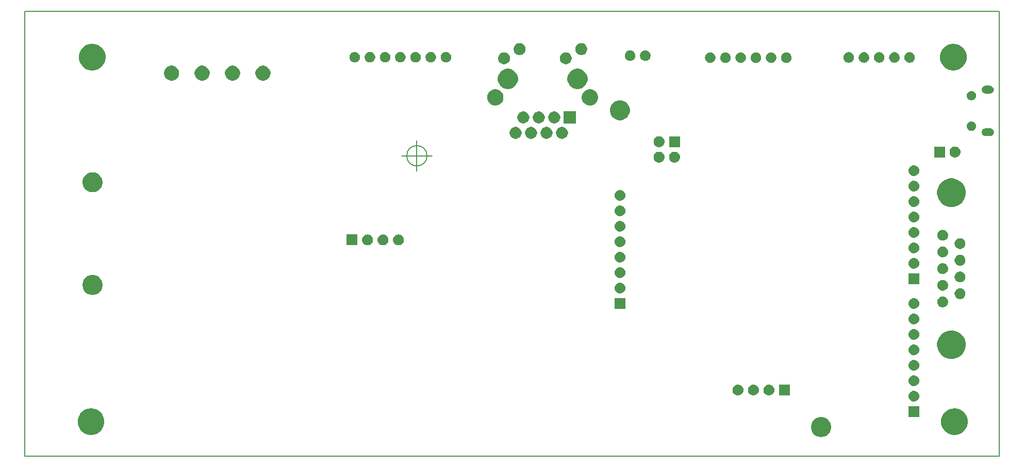
<source format=gbs>
G04 #@! TF.GenerationSoftware,KiCad,Pcbnew,(5.1.2)-2*
G04 #@! TF.CreationDate,2019-07-18T14:35:39+09:00*
G04 #@! TF.ProjectId,mainPCB,6d61696e-5043-4422-9e6b-696361645f70,rev?*
G04 #@! TF.SameCoordinates,PX10a2f70PY6979248*
G04 #@! TF.FileFunction,Soldermask,Bot*
G04 #@! TF.FilePolarity,Negative*
%FSLAX46Y46*%
G04 Gerber Fmt 4.6, Leading zero omitted, Abs format (unit mm)*
G04 Created by KiCad (PCBNEW (5.1.2)-2) date 2019-07-18 14:35:39*
%MOMM*%
%LPD*%
G04 APERTURE LIST*
%ADD10C,0.150000*%
%ADD11C,0.100000*%
G04 APERTURE END LIST*
D10*
X66055666Y49418240D02*
G75*
G03X66055666Y49418240I-1666666J0D01*
G01*
X61889000Y49418240D02*
X66889000Y49418240D01*
X64389000Y51918240D02*
X64389000Y46918240D01*
X17780Y73131680D02*
X17780Y-20320D01*
X160037780Y73131680D02*
X17780Y73131680D01*
X160037780Y-20320D02*
X160037780Y73131680D01*
X17780Y-20320D02*
X160037780Y-20320D01*
D11*
G36*
X131084228Y6414168D02*
G01*
X131242651Y6382655D01*
X131541114Y6259028D01*
X131809719Y6079552D01*
X132038152Y5851119D01*
X132217628Y5582514D01*
X132341255Y5284051D01*
X132404280Y4967205D01*
X132404280Y4644155D01*
X132341255Y4327309D01*
X132217628Y4028846D01*
X132038152Y3760241D01*
X131809719Y3531808D01*
X131541114Y3352332D01*
X131242651Y3228705D01*
X131084228Y3197192D01*
X130925806Y3165680D01*
X130602754Y3165680D01*
X130444332Y3197192D01*
X130285909Y3228705D01*
X129987446Y3352332D01*
X129718841Y3531808D01*
X129490408Y3760241D01*
X129310932Y4028846D01*
X129187305Y4327309D01*
X129124280Y4644155D01*
X129124280Y4967205D01*
X129187305Y5284051D01*
X129310932Y5582514D01*
X129490408Y5851119D01*
X129718841Y6079552D01*
X129987446Y6259028D01*
X130285909Y6382655D01*
X130444332Y6414167D01*
X130602754Y6445680D01*
X130925806Y6445680D01*
X131084228Y6414168D01*
X131084228Y6414168D01*
G37*
G36*
X153099027Y7842600D02*
G01*
X153310580Y7800519D01*
X153709136Y7635432D01*
X154067823Y7395764D01*
X154372864Y7090723D01*
X154612532Y6732036D01*
X154777619Y6333480D01*
X154861780Y5910375D01*
X154861780Y5478985D01*
X154777619Y5055880D01*
X154612532Y4657324D01*
X154372864Y4298637D01*
X154067823Y3993596D01*
X153709136Y3753928D01*
X153310580Y3588841D01*
X153099027Y3546760D01*
X152887476Y3504680D01*
X152456084Y3504680D01*
X152244533Y3546760D01*
X152032980Y3588841D01*
X151634424Y3753928D01*
X151275737Y3993596D01*
X150970696Y4298637D01*
X150731028Y4657324D01*
X150565941Y5055880D01*
X150481780Y5478985D01*
X150481780Y5910375D01*
X150565941Y6333480D01*
X150731028Y6732036D01*
X150970696Y7090723D01*
X151275737Y7395764D01*
X151634424Y7635432D01*
X152032980Y7800519D01*
X152244533Y7842600D01*
X152456084Y7884680D01*
X152887476Y7884680D01*
X153099027Y7842600D01*
X153099027Y7842600D01*
G37*
G36*
X11303527Y7842600D02*
G01*
X11515080Y7800519D01*
X11913636Y7635432D01*
X12272323Y7395764D01*
X12577364Y7090723D01*
X12817032Y6732036D01*
X12982119Y6333480D01*
X13066280Y5910375D01*
X13066280Y5478985D01*
X12982119Y5055880D01*
X12817032Y4657324D01*
X12577364Y4298637D01*
X12272323Y3993596D01*
X11913636Y3753928D01*
X11515080Y3588841D01*
X11303527Y3546760D01*
X11091976Y3504680D01*
X10660584Y3504680D01*
X10449033Y3546760D01*
X10237480Y3588841D01*
X9838924Y3753928D01*
X9480237Y3993596D01*
X9175196Y4298637D01*
X8935528Y4657324D01*
X8770441Y5055880D01*
X8686280Y5478985D01*
X8686280Y5910375D01*
X8770441Y6333480D01*
X8935528Y6732036D01*
X9175196Y7090723D01*
X9480237Y7395764D01*
X9838924Y7635432D01*
X10237480Y7800519D01*
X10449033Y7842600D01*
X10660584Y7884680D01*
X11091976Y7884680D01*
X11303527Y7842600D01*
X11303527Y7842600D01*
G37*
G36*
X146894280Y6455680D02*
G01*
X145114280Y6455680D01*
X145114280Y8235680D01*
X146894280Y8235680D01*
X146894280Y6455680D01*
X146894280Y6455680D01*
G37*
G36*
X146178750Y10762802D02*
G01*
X146346516Y10711911D01*
X146346519Y10711909D01*
X146346520Y10711909D01*
X146501129Y10629269D01*
X146636650Y10518050D01*
X146747869Y10382529D01*
X146830509Y10227920D01*
X146830511Y10227916D01*
X146881402Y10060150D01*
X146898586Y9885680D01*
X146881402Y9711210D01*
X146830511Y9543444D01*
X146830509Y9543441D01*
X146830509Y9543440D01*
X146747869Y9388831D01*
X146636650Y9253310D01*
X146501129Y9142091D01*
X146346520Y9059451D01*
X146346516Y9059449D01*
X146178750Y9008558D01*
X146047999Y8995680D01*
X145960561Y8995680D01*
X145829810Y9008558D01*
X145662044Y9059449D01*
X145662040Y9059451D01*
X145507431Y9142091D01*
X145371910Y9253310D01*
X145260691Y9388831D01*
X145178051Y9543440D01*
X145178051Y9543441D01*
X145178049Y9543444D01*
X145127158Y9711210D01*
X145109974Y9885680D01*
X145127158Y10060150D01*
X145178049Y10227916D01*
X145178051Y10227920D01*
X145260691Y10382529D01*
X145371910Y10518050D01*
X145507431Y10629269D01*
X145662040Y10711909D01*
X145662041Y10711909D01*
X145662044Y10711911D01*
X145829810Y10762802D01*
X145960561Y10775680D01*
X146047999Y10775680D01*
X146178750Y10762802D01*
X146178750Y10762802D01*
G37*
G36*
X122366250Y11778802D02*
G01*
X122534016Y11727911D01*
X122534019Y11727909D01*
X122534020Y11727909D01*
X122688629Y11645269D01*
X122744461Y11599449D01*
X122824150Y11534050D01*
X122935368Y11398530D01*
X123018011Y11243916D01*
X123068902Y11076150D01*
X123086086Y10901680D01*
X123068902Y10727210D01*
X123018011Y10559444D01*
X123018009Y10559441D01*
X123018009Y10559440D01*
X122935369Y10404831D01*
X122824150Y10269310D01*
X122688629Y10158091D01*
X122534020Y10075451D01*
X122534016Y10075449D01*
X122366250Y10024558D01*
X122235499Y10011680D01*
X122148061Y10011680D01*
X122017310Y10024558D01*
X121849544Y10075449D01*
X121849540Y10075451D01*
X121694931Y10158091D01*
X121559410Y10269310D01*
X121448191Y10404831D01*
X121365551Y10559440D01*
X121365551Y10559441D01*
X121365549Y10559444D01*
X121314658Y10727210D01*
X121297474Y10901680D01*
X121314658Y11076150D01*
X121365549Y11243916D01*
X121448192Y11398530D01*
X121559410Y11534050D01*
X121639099Y11599449D01*
X121694931Y11645269D01*
X121849540Y11727909D01*
X121849541Y11727909D01*
X121849544Y11727911D01*
X122017310Y11778802D01*
X122148061Y11791680D01*
X122235499Y11791680D01*
X122366250Y11778802D01*
X122366250Y11778802D01*
G37*
G36*
X125621780Y10011680D02*
G01*
X123841780Y10011680D01*
X123841780Y11791680D01*
X125621780Y11791680D01*
X125621780Y10011680D01*
X125621780Y10011680D01*
G37*
G36*
X119826250Y11778802D02*
G01*
X119994016Y11727911D01*
X119994019Y11727909D01*
X119994020Y11727909D01*
X120148629Y11645269D01*
X120204461Y11599449D01*
X120284150Y11534050D01*
X120395368Y11398530D01*
X120478011Y11243916D01*
X120528902Y11076150D01*
X120546086Y10901680D01*
X120528902Y10727210D01*
X120478011Y10559444D01*
X120478009Y10559441D01*
X120478009Y10559440D01*
X120395369Y10404831D01*
X120284150Y10269310D01*
X120148629Y10158091D01*
X119994020Y10075451D01*
X119994016Y10075449D01*
X119826250Y10024558D01*
X119695499Y10011680D01*
X119608061Y10011680D01*
X119477310Y10024558D01*
X119309544Y10075449D01*
X119309540Y10075451D01*
X119154931Y10158091D01*
X119019410Y10269310D01*
X118908191Y10404831D01*
X118825551Y10559440D01*
X118825551Y10559441D01*
X118825549Y10559444D01*
X118774658Y10727210D01*
X118757474Y10901680D01*
X118774658Y11076150D01*
X118825549Y11243916D01*
X118908192Y11398530D01*
X119019410Y11534050D01*
X119099099Y11599449D01*
X119154931Y11645269D01*
X119309540Y11727909D01*
X119309541Y11727909D01*
X119309544Y11727911D01*
X119477310Y11778802D01*
X119608061Y11791680D01*
X119695499Y11791680D01*
X119826250Y11778802D01*
X119826250Y11778802D01*
G37*
G36*
X117286250Y11778802D02*
G01*
X117454016Y11727911D01*
X117454019Y11727909D01*
X117454020Y11727909D01*
X117608629Y11645269D01*
X117664461Y11599449D01*
X117744150Y11534050D01*
X117855368Y11398530D01*
X117938011Y11243916D01*
X117988902Y11076150D01*
X118006086Y10901680D01*
X117988902Y10727210D01*
X117938011Y10559444D01*
X117938009Y10559441D01*
X117938009Y10559440D01*
X117855369Y10404831D01*
X117744150Y10269310D01*
X117608629Y10158091D01*
X117454020Y10075451D01*
X117454016Y10075449D01*
X117286250Y10024558D01*
X117155499Y10011680D01*
X117068061Y10011680D01*
X116937310Y10024558D01*
X116769544Y10075449D01*
X116769540Y10075451D01*
X116614931Y10158091D01*
X116479410Y10269310D01*
X116368191Y10404831D01*
X116285551Y10559440D01*
X116285551Y10559441D01*
X116285549Y10559444D01*
X116234658Y10727210D01*
X116217474Y10901680D01*
X116234658Y11076150D01*
X116285549Y11243916D01*
X116368192Y11398530D01*
X116479410Y11534050D01*
X116559099Y11599449D01*
X116614931Y11645269D01*
X116769540Y11727909D01*
X116769541Y11727909D01*
X116769544Y11727911D01*
X116937310Y11778802D01*
X117068061Y11791680D01*
X117155499Y11791680D01*
X117286250Y11778802D01*
X117286250Y11778802D01*
G37*
G36*
X146178750Y13302802D02*
G01*
X146346516Y13251911D01*
X146346519Y13251909D01*
X146346520Y13251909D01*
X146501129Y13169269D01*
X146501131Y13169268D01*
X146501130Y13169268D01*
X146636650Y13058050D01*
X146747868Y12922530D01*
X146830511Y12767916D01*
X146881402Y12600150D01*
X146898586Y12425680D01*
X146881402Y12251210D01*
X146830511Y12083444D01*
X146830509Y12083441D01*
X146830509Y12083440D01*
X146747869Y11928831D01*
X146636650Y11793310D01*
X146501129Y11682091D01*
X146346520Y11599451D01*
X146346516Y11599449D01*
X146178750Y11548558D01*
X146047999Y11535680D01*
X145960561Y11535680D01*
X145829810Y11548558D01*
X145662044Y11599449D01*
X145662040Y11599451D01*
X145507431Y11682091D01*
X145371910Y11793310D01*
X145260691Y11928831D01*
X145178051Y12083440D01*
X145178051Y12083441D01*
X145178049Y12083444D01*
X145127158Y12251210D01*
X145109974Y12425680D01*
X145127158Y12600150D01*
X145178049Y12767916D01*
X145260692Y12922530D01*
X145371910Y13058050D01*
X145507430Y13169268D01*
X145507429Y13169268D01*
X145507431Y13169269D01*
X145662040Y13251909D01*
X145662041Y13251909D01*
X145662044Y13251911D01*
X145829810Y13302802D01*
X145960561Y13315680D01*
X146047999Y13315680D01*
X146178750Y13302802D01*
X146178750Y13302802D01*
G37*
G36*
X146178750Y15842802D02*
G01*
X146346516Y15791911D01*
X146346519Y15791909D01*
X146346520Y15791909D01*
X146501129Y15709269D01*
X146501131Y15709268D01*
X146501130Y15709268D01*
X146636650Y15598050D01*
X146747868Y15462530D01*
X146830511Y15307916D01*
X146881402Y15140150D01*
X146898586Y14965680D01*
X146881402Y14791210D01*
X146830511Y14623444D01*
X146830509Y14623441D01*
X146830509Y14623440D01*
X146747869Y14468831D01*
X146636650Y14333310D01*
X146501129Y14222091D01*
X146346520Y14139451D01*
X146346516Y14139449D01*
X146178750Y14088558D01*
X146047999Y14075680D01*
X145960561Y14075680D01*
X145829810Y14088558D01*
X145662044Y14139449D01*
X145662040Y14139451D01*
X145507431Y14222091D01*
X145371910Y14333310D01*
X145260691Y14468831D01*
X145178051Y14623440D01*
X145178051Y14623441D01*
X145178049Y14623444D01*
X145127158Y14791210D01*
X145109974Y14965680D01*
X145127158Y15140150D01*
X145178049Y15307916D01*
X145260692Y15462530D01*
X145371910Y15598050D01*
X145507430Y15709268D01*
X145507429Y15709268D01*
X145507431Y15709269D01*
X145662040Y15791909D01*
X145662041Y15791909D01*
X145662044Y15791911D01*
X145829810Y15842802D01*
X145960561Y15855680D01*
X146047999Y15855680D01*
X146178750Y15842802D01*
X146178750Y15842802D01*
G37*
G36*
X152838313Y20621155D02*
G01*
X153028131Y20542530D01*
X153264168Y20444760D01*
X153647423Y20188677D01*
X153973357Y19862743D01*
X154183106Y19548831D01*
X154229441Y19479486D01*
X154405835Y19053633D01*
X154495760Y18601550D01*
X154495760Y18140610D01*
X154405835Y17688527D01*
X154257830Y17331210D01*
X154229440Y17262672D01*
X153973357Y16879417D01*
X153647423Y16553483D01*
X153264168Y16297400D01*
X153264167Y16297399D01*
X153264166Y16297399D01*
X152838313Y16121005D01*
X152386230Y16031080D01*
X151925290Y16031080D01*
X151473207Y16121005D01*
X151047354Y16297399D01*
X151047353Y16297399D01*
X151047352Y16297400D01*
X150664097Y16553483D01*
X150338163Y16879417D01*
X150082080Y17262672D01*
X150053691Y17331210D01*
X149905685Y17688527D01*
X149815760Y18140610D01*
X149815760Y18601550D01*
X149905685Y19053633D01*
X150082079Y19479486D01*
X150128414Y19548831D01*
X150338163Y19862743D01*
X150664097Y20188677D01*
X151047352Y20444760D01*
X151283390Y20542530D01*
X151473207Y20621155D01*
X151925290Y20711080D01*
X152386230Y20711080D01*
X152838313Y20621155D01*
X152838313Y20621155D01*
G37*
G36*
X146178750Y18382802D02*
G01*
X146346516Y18331911D01*
X146346519Y18331909D01*
X146346520Y18331909D01*
X146501129Y18249269D01*
X146501131Y18249268D01*
X146501130Y18249268D01*
X146636650Y18138050D01*
X146747868Y18002530D01*
X146830511Y17847916D01*
X146881402Y17680150D01*
X146898586Y17505680D01*
X146881402Y17331210D01*
X146830511Y17163444D01*
X146830509Y17163441D01*
X146830509Y17163440D01*
X146747869Y17008831D01*
X146636650Y16873310D01*
X146501129Y16762091D01*
X146346520Y16679451D01*
X146346516Y16679449D01*
X146178750Y16628558D01*
X146047999Y16615680D01*
X145960561Y16615680D01*
X145829810Y16628558D01*
X145662044Y16679449D01*
X145662040Y16679451D01*
X145507431Y16762091D01*
X145371910Y16873310D01*
X145260691Y17008831D01*
X145178051Y17163440D01*
X145178051Y17163441D01*
X145178049Y17163444D01*
X145127158Y17331210D01*
X145109974Y17505680D01*
X145127158Y17680150D01*
X145178049Y17847916D01*
X145260692Y18002530D01*
X145371910Y18138050D01*
X145507430Y18249268D01*
X145507429Y18249268D01*
X145507431Y18249269D01*
X145662040Y18331909D01*
X145662041Y18331909D01*
X145662044Y18331911D01*
X145829810Y18382802D01*
X145960561Y18395680D01*
X146047999Y18395680D01*
X146178750Y18382802D01*
X146178750Y18382802D01*
G37*
G36*
X146178750Y20922802D02*
G01*
X146346516Y20871911D01*
X146346519Y20871909D01*
X146346520Y20871909D01*
X146501129Y20789269D01*
X146501131Y20789268D01*
X146501130Y20789268D01*
X146636650Y20678050D01*
X146747868Y20542530D01*
X146830511Y20387916D01*
X146881402Y20220150D01*
X146898586Y20045680D01*
X146881402Y19871210D01*
X146830511Y19703444D01*
X146830509Y19703441D01*
X146830509Y19703440D01*
X146747869Y19548831D01*
X146636650Y19413310D01*
X146501129Y19302091D01*
X146346520Y19219451D01*
X146346516Y19219449D01*
X146178750Y19168558D01*
X146047999Y19155680D01*
X145960561Y19155680D01*
X145829810Y19168558D01*
X145662044Y19219449D01*
X145662040Y19219451D01*
X145507431Y19302091D01*
X145371910Y19413310D01*
X145260691Y19548831D01*
X145178051Y19703440D01*
X145178051Y19703441D01*
X145178049Y19703444D01*
X145127158Y19871210D01*
X145109974Y20045680D01*
X145127158Y20220150D01*
X145178049Y20387916D01*
X145260692Y20542530D01*
X145371910Y20678050D01*
X145507430Y20789268D01*
X145507429Y20789268D01*
X145507431Y20789269D01*
X145662040Y20871909D01*
X145662041Y20871909D01*
X145662044Y20871911D01*
X145829810Y20922802D01*
X145960561Y20935680D01*
X146047999Y20935680D01*
X146178750Y20922802D01*
X146178750Y20922802D01*
G37*
G36*
X146178750Y23462802D02*
G01*
X146346516Y23411911D01*
X146346519Y23411909D01*
X146346520Y23411909D01*
X146501129Y23329269D01*
X146501131Y23329268D01*
X146501130Y23329268D01*
X146636650Y23218050D01*
X146747868Y23082530D01*
X146830511Y22927916D01*
X146881402Y22760150D01*
X146898586Y22585680D01*
X146881402Y22411210D01*
X146830511Y22243444D01*
X146830509Y22243441D01*
X146830509Y22243440D01*
X146747869Y22088831D01*
X146636650Y21953310D01*
X146501129Y21842091D01*
X146346520Y21759451D01*
X146346516Y21759449D01*
X146178750Y21708558D01*
X146047999Y21695680D01*
X145960561Y21695680D01*
X145829810Y21708558D01*
X145662044Y21759449D01*
X145662040Y21759451D01*
X145507431Y21842091D01*
X145371910Y21953310D01*
X145260691Y22088831D01*
X145178051Y22243440D01*
X145178051Y22243441D01*
X145178049Y22243444D01*
X145127158Y22411210D01*
X145109974Y22585680D01*
X145127158Y22760150D01*
X145178049Y22927916D01*
X145260692Y23082530D01*
X145371910Y23218050D01*
X145507430Y23329268D01*
X145507429Y23329268D01*
X145507431Y23329269D01*
X145662040Y23411909D01*
X145662041Y23411909D01*
X145662044Y23411911D01*
X145829810Y23462802D01*
X145960561Y23475680D01*
X146047999Y23475680D01*
X146178750Y23462802D01*
X146178750Y23462802D01*
G37*
G36*
X146178750Y26002802D02*
G01*
X146346516Y25951911D01*
X146346519Y25951909D01*
X146346520Y25951909D01*
X146501129Y25869269D01*
X146501131Y25869268D01*
X146501130Y25869268D01*
X146636650Y25758050D01*
X146747868Y25622530D01*
X146830511Y25467916D01*
X146881402Y25300150D01*
X146898586Y25125680D01*
X146881402Y24951210D01*
X146830511Y24783444D01*
X146830509Y24783441D01*
X146830509Y24783440D01*
X146747869Y24628831D01*
X146636650Y24493310D01*
X146501129Y24382091D01*
X146346520Y24299451D01*
X146346516Y24299449D01*
X146178750Y24248558D01*
X146047999Y24235680D01*
X145960561Y24235680D01*
X145829810Y24248558D01*
X145662044Y24299449D01*
X145662040Y24299451D01*
X145507431Y24382091D01*
X145371910Y24493310D01*
X145260691Y24628831D01*
X145178051Y24783440D01*
X145178051Y24783441D01*
X145178049Y24783444D01*
X145127158Y24951210D01*
X145109974Y25125680D01*
X145127158Y25300150D01*
X145178049Y25467916D01*
X145260692Y25622530D01*
X145371910Y25758050D01*
X145507430Y25869268D01*
X145507429Y25869268D01*
X145507431Y25869269D01*
X145662040Y25951909D01*
X145662041Y25951909D01*
X145662044Y25951911D01*
X145829810Y26002802D01*
X145960561Y26015680D01*
X146047999Y26015680D01*
X146178750Y26002802D01*
X146178750Y26002802D01*
G37*
G36*
X98634280Y24235680D02*
G01*
X96854280Y24235680D01*
X96854280Y26015680D01*
X98634280Y26015680D01*
X98634280Y24235680D01*
X98634280Y24235680D01*
G37*
G36*
X150909390Y26258978D02*
G01*
X150995364Y26241877D01*
X151157331Y26174788D01*
X151157333Y26174787D01*
X151301172Y26078678D01*
X151303105Y26077386D01*
X151427066Y25953425D01*
X151427068Y25953422D01*
X151485428Y25866080D01*
X151524468Y25807651D01*
X151591557Y25645684D01*
X151625760Y25473736D01*
X151625760Y25298424D01*
X151591557Y25126476D01*
X151524468Y24964509D01*
X151427066Y24818735D01*
X151303105Y24694774D01*
X151303102Y24694772D01*
X151157333Y24597373D01*
X151157332Y24597372D01*
X151157331Y24597372D01*
X150995364Y24530283D01*
X150909390Y24513181D01*
X150823417Y24496080D01*
X150648103Y24496080D01*
X150562130Y24513182D01*
X150476156Y24530283D01*
X150314189Y24597372D01*
X150314188Y24597372D01*
X150314187Y24597373D01*
X150168418Y24694772D01*
X150168415Y24694774D01*
X150044454Y24818735D01*
X149947052Y24964509D01*
X149879963Y25126476D01*
X149845760Y25298424D01*
X149845760Y25473736D01*
X149879963Y25645684D01*
X149947052Y25807651D01*
X149986093Y25866080D01*
X150044452Y25953422D01*
X150044454Y25953425D01*
X150168415Y26077386D01*
X150170348Y26078678D01*
X150314187Y26174787D01*
X150314189Y26174788D01*
X150476156Y26241877D01*
X150562130Y26258978D01*
X150648103Y26276080D01*
X150823417Y26276080D01*
X150909390Y26258978D01*
X150909390Y26258978D01*
G37*
G36*
X153749390Y27628978D02*
G01*
X153835364Y27611877D01*
X153997331Y27544788D01*
X153997333Y27544787D01*
X154077516Y27491211D01*
X154143105Y27447386D01*
X154267066Y27323425D01*
X154267068Y27323422D01*
X154364467Y27177653D01*
X154431557Y27015683D01*
X154465760Y26843737D01*
X154465760Y26668423D01*
X154431557Y26496477D01*
X154364467Y26334507D01*
X154302574Y26241877D01*
X154267066Y26188735D01*
X154143105Y26064774D01*
X154143102Y26064772D01*
X153997333Y25967373D01*
X153997332Y25967372D01*
X153997331Y25967372D01*
X153835364Y25900283D01*
X153749390Y25883181D01*
X153663417Y25866080D01*
X153488103Y25866080D01*
X153402130Y25883181D01*
X153316156Y25900283D01*
X153154189Y25967372D01*
X153154188Y25967372D01*
X153154187Y25967373D01*
X153008418Y26064772D01*
X153008415Y26064774D01*
X152884454Y26188735D01*
X152848946Y26241877D01*
X152787053Y26334507D01*
X152719963Y26496477D01*
X152685760Y26668423D01*
X152685760Y26843737D01*
X152719963Y27015683D01*
X152787053Y27177653D01*
X152884452Y27323422D01*
X152884454Y27323425D01*
X153008415Y27447386D01*
X153074004Y27491211D01*
X153154187Y27544787D01*
X153154189Y27544788D01*
X153316156Y27611877D01*
X153402130Y27628978D01*
X153488103Y27646080D01*
X153663417Y27646080D01*
X153749390Y27628978D01*
X153749390Y27628978D01*
G37*
G36*
X11450228Y29782168D02*
G01*
X11608651Y29750655D01*
X11907114Y29627028D01*
X12175719Y29447552D01*
X12404152Y29219119D01*
X12583628Y28950514D01*
X12707255Y28652051D01*
X12770280Y28335205D01*
X12770280Y28012155D01*
X12707255Y27695309D01*
X12583628Y27396846D01*
X12404152Y27128241D01*
X12175719Y26899808D01*
X11907114Y26720332D01*
X11608651Y26596705D01*
X11450228Y26565193D01*
X11291806Y26533680D01*
X10968754Y26533680D01*
X10810332Y26565193D01*
X10651909Y26596705D01*
X10353446Y26720332D01*
X10084841Y26899808D01*
X9856408Y27128241D01*
X9676932Y27396846D01*
X9553305Y27695309D01*
X9490280Y28012155D01*
X9490280Y28335205D01*
X9553305Y28652051D01*
X9676932Y28950514D01*
X9856408Y29219119D01*
X10084841Y29447552D01*
X10353446Y29627028D01*
X10651909Y29750655D01*
X10810332Y29782168D01*
X10968754Y29813680D01*
X11291806Y29813680D01*
X11450228Y29782168D01*
X11450228Y29782168D01*
G37*
G36*
X97918750Y28542802D02*
G01*
X98086516Y28491911D01*
X98086519Y28491909D01*
X98086520Y28491909D01*
X98241129Y28409269D01*
X98376650Y28298050D01*
X98445845Y28213736D01*
X98487868Y28162530D01*
X98570511Y28007916D01*
X98621402Y27840150D01*
X98638586Y27665680D01*
X98621402Y27491210D01*
X98570511Y27323444D01*
X98570509Y27323441D01*
X98570509Y27323440D01*
X98487869Y27168831D01*
X98376650Y27033310D01*
X98241129Y26922091D01*
X98086520Y26839451D01*
X98086516Y26839449D01*
X97918750Y26788558D01*
X97787999Y26775680D01*
X97700561Y26775680D01*
X97569810Y26788558D01*
X97402044Y26839449D01*
X97402040Y26839451D01*
X97247431Y26922091D01*
X97111910Y27033310D01*
X97000691Y27168831D01*
X96918051Y27323440D01*
X96918051Y27323441D01*
X96918049Y27323444D01*
X96867158Y27491210D01*
X96849974Y27665680D01*
X96867158Y27840150D01*
X96918049Y28007916D01*
X97000692Y28162530D01*
X97042716Y28213736D01*
X97111910Y28298050D01*
X97247431Y28409269D01*
X97402040Y28491909D01*
X97402041Y28491909D01*
X97402044Y28491911D01*
X97569810Y28542802D01*
X97700561Y28555680D01*
X97787999Y28555680D01*
X97918750Y28542802D01*
X97918750Y28542802D01*
G37*
G36*
X150909390Y28998978D02*
G01*
X150995364Y28981877D01*
X151157331Y28914788D01*
X151157333Y28914787D01*
X151301172Y28818678D01*
X151303105Y28817386D01*
X151427066Y28693425D01*
X151427068Y28693422D01*
X151519104Y28555680D01*
X151524468Y28547651D01*
X151581788Y28409269D01*
X151591557Y28385683D01*
X151625760Y28213737D01*
X151625760Y28038423D01*
X151591557Y27866477D01*
X151524467Y27704507D01*
X151462574Y27611877D01*
X151427066Y27558735D01*
X151303105Y27434774D01*
X151303102Y27434772D01*
X151157333Y27337373D01*
X151157332Y27337372D01*
X151157331Y27337372D01*
X150995364Y27270283D01*
X150909390Y27253181D01*
X150823417Y27236080D01*
X150648103Y27236080D01*
X150562130Y27253182D01*
X150476156Y27270283D01*
X150314189Y27337372D01*
X150314188Y27337372D01*
X150314187Y27337373D01*
X150168418Y27434772D01*
X150168415Y27434774D01*
X150044454Y27558735D01*
X150008946Y27611877D01*
X149947053Y27704507D01*
X149879963Y27866477D01*
X149845760Y28038423D01*
X149845760Y28213737D01*
X149879963Y28385683D01*
X149889733Y28409269D01*
X149947052Y28547651D01*
X149952417Y28555680D01*
X150044452Y28693422D01*
X150044454Y28693425D01*
X150168415Y28817386D01*
X150170348Y28818678D01*
X150314187Y28914787D01*
X150314189Y28914788D01*
X150476156Y28981877D01*
X150562130Y28998978D01*
X150648103Y29016080D01*
X150823417Y29016080D01*
X150909390Y28998978D01*
X150909390Y28998978D01*
G37*
G36*
X146894280Y28299680D02*
G01*
X145114280Y28299680D01*
X145114280Y30079680D01*
X146894280Y30079680D01*
X146894280Y28299680D01*
X146894280Y28299680D01*
G37*
G36*
X153693228Y30380150D02*
G01*
X153835364Y30351877D01*
X153997331Y30284788D01*
X153997333Y30284787D01*
X154115726Y30205680D01*
X154143105Y30187386D01*
X154267066Y30063425D01*
X154267068Y30063422D01*
X154364467Y29917653D01*
X154431557Y29755683D01*
X154465760Y29583737D01*
X154465760Y29408423D01*
X154431557Y29236477D01*
X154364467Y29074507D01*
X154302574Y28981877D01*
X154267066Y28928735D01*
X154143105Y28804774D01*
X154143102Y28804772D01*
X153997333Y28707373D01*
X153997332Y28707372D01*
X153997331Y28707372D01*
X153835364Y28640283D01*
X153749390Y28623181D01*
X153663417Y28606080D01*
X153488103Y28606080D01*
X153402130Y28623182D01*
X153316156Y28640283D01*
X153154189Y28707372D01*
X153154188Y28707372D01*
X153154187Y28707373D01*
X153008418Y28804772D01*
X153008415Y28804774D01*
X152884454Y28928735D01*
X152848946Y28981877D01*
X152787053Y29074507D01*
X152719963Y29236477D01*
X152685760Y29408423D01*
X152685760Y29583737D01*
X152719963Y29755683D01*
X152787053Y29917653D01*
X152884452Y30063422D01*
X152884454Y30063425D01*
X153008415Y30187386D01*
X153035794Y30205680D01*
X153154187Y30284787D01*
X153154189Y30284788D01*
X153316156Y30351877D01*
X153458292Y30380150D01*
X153488103Y30386080D01*
X153663417Y30386080D01*
X153693228Y30380150D01*
X153693228Y30380150D01*
G37*
G36*
X97918750Y31082802D02*
G01*
X98086516Y31031911D01*
X98086519Y31031909D01*
X98086520Y31031909D01*
X98241129Y30949269D01*
X98376650Y30838050D01*
X98487869Y30702529D01*
X98539210Y30606476D01*
X98570511Y30547916D01*
X98621402Y30380150D01*
X98638586Y30205680D01*
X98621402Y30031210D01*
X98570511Y29863444D01*
X98570509Y29863441D01*
X98570509Y29863440D01*
X98487869Y29708831D01*
X98376650Y29573310D01*
X98241129Y29462091D01*
X98086520Y29379451D01*
X98086516Y29379449D01*
X97918750Y29328558D01*
X97787999Y29315680D01*
X97700561Y29315680D01*
X97569810Y29328558D01*
X97402044Y29379449D01*
X97402040Y29379451D01*
X97247431Y29462091D01*
X97111910Y29573310D01*
X97000691Y29708831D01*
X96918051Y29863440D01*
X96918051Y29863441D01*
X96918049Y29863444D01*
X96867158Y30031210D01*
X96849974Y30205680D01*
X96867158Y30380150D01*
X96918049Y30547916D01*
X96949350Y30606476D01*
X97000691Y30702529D01*
X97111910Y30838050D01*
X97247431Y30949269D01*
X97402040Y31031909D01*
X97402041Y31031909D01*
X97402044Y31031911D01*
X97569810Y31082802D01*
X97700561Y31095680D01*
X97787999Y31095680D01*
X97918750Y31082802D01*
X97918750Y31082802D01*
G37*
G36*
X150909390Y31738979D02*
G01*
X150995364Y31721877D01*
X151157331Y31654788D01*
X151157333Y31654787D01*
X151301172Y31558678D01*
X151303105Y31557386D01*
X151427066Y31433425D01*
X151427068Y31433422D01*
X151485428Y31346080D01*
X151524468Y31287651D01*
X151591557Y31125684D01*
X151625760Y30953736D01*
X151625760Y30778424D01*
X151591557Y30606476D01*
X151524468Y30444509D01*
X151524467Y30444507D01*
X151462574Y30351877D01*
X151427066Y30298735D01*
X151303105Y30174774D01*
X151303102Y30174772D01*
X151157333Y30077373D01*
X151157332Y30077372D01*
X151157331Y30077372D01*
X150995364Y30010283D01*
X150909390Y29993182D01*
X150823417Y29976080D01*
X150648103Y29976080D01*
X150562130Y29993182D01*
X150476156Y30010283D01*
X150314189Y30077372D01*
X150314188Y30077372D01*
X150314187Y30077373D01*
X150168418Y30174772D01*
X150168415Y30174774D01*
X150044454Y30298735D01*
X150008946Y30351877D01*
X149947053Y30444507D01*
X149947052Y30444509D01*
X149879963Y30606476D01*
X149845760Y30778424D01*
X149845760Y30953736D01*
X149879963Y31125684D01*
X149947052Y31287651D01*
X149986093Y31346080D01*
X150044452Y31433422D01*
X150044454Y31433425D01*
X150168415Y31557386D01*
X150170348Y31558678D01*
X150314187Y31654787D01*
X150314189Y31654788D01*
X150476156Y31721877D01*
X150562130Y31738978D01*
X150648103Y31756080D01*
X150823417Y31756080D01*
X150909390Y31738979D01*
X150909390Y31738979D01*
G37*
G36*
X146178750Y32606802D02*
G01*
X146346516Y32555911D01*
X146346519Y32555909D01*
X146346520Y32555909D01*
X146501129Y32473269D01*
X146636650Y32362050D01*
X146747869Y32226529D01*
X146830509Y32071920D01*
X146830511Y32071916D01*
X146881402Y31904150D01*
X146898586Y31729680D01*
X146881402Y31555210D01*
X146830511Y31387444D01*
X146830509Y31387441D01*
X146830509Y31387440D01*
X146747869Y31232831D01*
X146636650Y31097310D01*
X146501129Y30986091D01*
X146346520Y30903451D01*
X146346516Y30903449D01*
X146178750Y30852558D01*
X146047999Y30839680D01*
X145960561Y30839680D01*
X145829810Y30852558D01*
X145662044Y30903449D01*
X145662040Y30903451D01*
X145507431Y30986091D01*
X145371910Y31097310D01*
X145260691Y31232831D01*
X145178051Y31387440D01*
X145178051Y31387441D01*
X145178049Y31387444D01*
X145127158Y31555210D01*
X145109974Y31729680D01*
X145127158Y31904150D01*
X145178049Y32071916D01*
X145178051Y32071920D01*
X145260691Y32226529D01*
X145371910Y32362050D01*
X145507431Y32473269D01*
X145662040Y32555909D01*
X145662041Y32555909D01*
X145662044Y32555911D01*
X145829810Y32606802D01*
X145960561Y32619680D01*
X146047999Y32619680D01*
X146178750Y32606802D01*
X146178750Y32606802D01*
G37*
G36*
X153749390Y33108978D02*
G01*
X153835364Y33091877D01*
X153997331Y33024788D01*
X153997333Y33024787D01*
X154141172Y32928678D01*
X154143105Y32927386D01*
X154267066Y32803425D01*
X154267068Y32803422D01*
X154325428Y32716080D01*
X154364468Y32657651D01*
X154431557Y32495684D01*
X154465760Y32323736D01*
X154465760Y32148424D01*
X154431557Y31976476D01*
X154364468Y31814509D01*
X154364467Y31814507D01*
X154307788Y31729680D01*
X154267066Y31668735D01*
X154143105Y31544774D01*
X154143102Y31544772D01*
X153997333Y31447373D01*
X153997332Y31447372D01*
X153997331Y31447372D01*
X153835364Y31380283D01*
X153749390Y31363181D01*
X153663417Y31346080D01*
X153488103Y31346080D01*
X153402130Y31363182D01*
X153316156Y31380283D01*
X153154189Y31447372D01*
X153154188Y31447372D01*
X153154187Y31447373D01*
X153008418Y31544772D01*
X153008415Y31544774D01*
X152884454Y31668735D01*
X152843732Y31729680D01*
X152787053Y31814507D01*
X152787052Y31814509D01*
X152719963Y31976476D01*
X152685760Y32148424D01*
X152685760Y32323736D01*
X152719963Y32495684D01*
X152787052Y32657651D01*
X152826093Y32716080D01*
X152884452Y32803422D01*
X152884454Y32803425D01*
X153008415Y32927386D01*
X153010348Y32928678D01*
X153154187Y33024787D01*
X153154189Y33024788D01*
X153316156Y33091877D01*
X153402130Y33108978D01*
X153488103Y33126080D01*
X153663417Y33126080D01*
X153749390Y33108978D01*
X153749390Y33108978D01*
G37*
G36*
X97918750Y33622802D02*
G01*
X98086516Y33571911D01*
X98086519Y33571909D01*
X98086520Y33571909D01*
X98241129Y33489269D01*
X98296961Y33443449D01*
X98376650Y33378050D01*
X98487868Y33242530D01*
X98570511Y33087916D01*
X98621402Y32920150D01*
X98638586Y32745680D01*
X98621402Y32571210D01*
X98570511Y32403444D01*
X98570509Y32403441D01*
X98570509Y32403440D01*
X98487869Y32248831D01*
X98376650Y32113310D01*
X98241129Y32002091D01*
X98086520Y31919451D01*
X98086516Y31919449D01*
X97918750Y31868558D01*
X97787999Y31855680D01*
X97700561Y31855680D01*
X97569810Y31868558D01*
X97402044Y31919449D01*
X97402040Y31919451D01*
X97247431Y32002091D01*
X97111910Y32113310D01*
X97000691Y32248831D01*
X96918051Y32403440D01*
X96918051Y32403441D01*
X96918049Y32403444D01*
X96867158Y32571210D01*
X96849974Y32745680D01*
X96867158Y32920150D01*
X96918049Y33087916D01*
X97000692Y33242530D01*
X97111910Y33378050D01*
X97191599Y33443449D01*
X97247431Y33489269D01*
X97402040Y33571909D01*
X97402041Y33571909D01*
X97402044Y33571911D01*
X97569810Y33622802D01*
X97700561Y33635680D01*
X97787999Y33635680D01*
X97918750Y33622802D01*
X97918750Y33622802D01*
G37*
G36*
X150909390Y34478978D02*
G01*
X150995364Y34461877D01*
X151157331Y34394788D01*
X151157333Y34394787D01*
X151301172Y34298678D01*
X151303105Y34297386D01*
X151427066Y34173425D01*
X151427068Y34173422D01*
X151485428Y34086080D01*
X151524468Y34027651D01*
X151565977Y33927440D01*
X151591557Y33865683D01*
X151625760Y33693737D01*
X151625760Y33518423D01*
X151610847Y33443451D01*
X151591557Y33346476D01*
X151524468Y33184509D01*
X151524467Y33184507D01*
X151462574Y33091877D01*
X151427066Y33038735D01*
X151303105Y32914774D01*
X151303102Y32914772D01*
X151157333Y32817373D01*
X151157332Y32817372D01*
X151157331Y32817372D01*
X150995364Y32750283D01*
X150972223Y32745680D01*
X150823417Y32716080D01*
X150648103Y32716080D01*
X150499297Y32745680D01*
X150476156Y32750283D01*
X150314189Y32817372D01*
X150314188Y32817372D01*
X150314187Y32817373D01*
X150168418Y32914772D01*
X150168415Y32914774D01*
X150044454Y33038735D01*
X150008946Y33091877D01*
X149947053Y33184507D01*
X149947052Y33184509D01*
X149879963Y33346476D01*
X149860673Y33443451D01*
X149845760Y33518423D01*
X149845760Y33693737D01*
X149879963Y33865683D01*
X149905544Y33927440D01*
X149947052Y34027651D01*
X149986093Y34086080D01*
X150044452Y34173422D01*
X150044454Y34173425D01*
X150168415Y34297386D01*
X150170348Y34298678D01*
X150314187Y34394787D01*
X150314189Y34394788D01*
X150476156Y34461877D01*
X150562130Y34478978D01*
X150648103Y34496080D01*
X150823417Y34496080D01*
X150909390Y34478978D01*
X150909390Y34478978D01*
G37*
G36*
X146178750Y35146802D02*
G01*
X146346516Y35095911D01*
X146346519Y35095909D01*
X146346520Y35095909D01*
X146501129Y35013269D01*
X146636650Y34902050D01*
X146747869Y34766529D01*
X146830509Y34611920D01*
X146830511Y34611916D01*
X146881402Y34444150D01*
X146898586Y34269680D01*
X146881402Y34095210D01*
X146830511Y33927444D01*
X146830509Y33927441D01*
X146830509Y33927440D01*
X146747869Y33772831D01*
X146636650Y33637310D01*
X146501129Y33526091D01*
X146346520Y33443451D01*
X146346516Y33443449D01*
X146178750Y33392558D01*
X146047999Y33379680D01*
X145960561Y33379680D01*
X145829810Y33392558D01*
X145662044Y33443449D01*
X145662040Y33443451D01*
X145507431Y33526091D01*
X145371910Y33637310D01*
X145260691Y33772831D01*
X145178051Y33927440D01*
X145178051Y33927441D01*
X145178049Y33927444D01*
X145127158Y34095210D01*
X145109974Y34269680D01*
X145127158Y34444150D01*
X145178049Y34611916D01*
X145178051Y34611920D01*
X145260691Y34766529D01*
X145371910Y34902050D01*
X145507431Y35013269D01*
X145662040Y35095909D01*
X145662041Y35095909D01*
X145662044Y35095911D01*
X145829810Y35146802D01*
X145960561Y35159680D01*
X146047999Y35159680D01*
X146178750Y35146802D01*
X146178750Y35146802D01*
G37*
G36*
X153749390Y35848979D02*
G01*
X153835364Y35831877D01*
X153997331Y35764788D01*
X153997333Y35764787D01*
X154012296Y35754789D01*
X154143105Y35667386D01*
X154267066Y35543425D01*
X154267068Y35543422D01*
X154325428Y35456080D01*
X154364468Y35397651D01*
X154430565Y35238080D01*
X154431557Y35235683D01*
X154465760Y35063737D01*
X154465760Y34888423D01*
X154448659Y34802450D01*
X154431557Y34716476D01*
X154388248Y34611920D01*
X154364467Y34554507D01*
X154302574Y34461877D01*
X154267066Y34408735D01*
X154143105Y34284774D01*
X154143102Y34284772D01*
X153997333Y34187373D01*
X153997332Y34187372D01*
X153997331Y34187372D01*
X153835364Y34120283D01*
X153749390Y34103181D01*
X153663417Y34086080D01*
X153488103Y34086080D01*
X153402130Y34103181D01*
X153316156Y34120283D01*
X153154189Y34187372D01*
X153154188Y34187372D01*
X153154187Y34187373D01*
X153008418Y34284772D01*
X153008415Y34284774D01*
X152884454Y34408735D01*
X152848946Y34461877D01*
X152787053Y34554507D01*
X152763272Y34611920D01*
X152719963Y34716476D01*
X152702861Y34802450D01*
X152685760Y34888423D01*
X152685760Y35063737D01*
X152719963Y35235683D01*
X152720956Y35238080D01*
X152787052Y35397651D01*
X152826093Y35456080D01*
X152884452Y35543422D01*
X152884454Y35543425D01*
X153008415Y35667386D01*
X153139224Y35754789D01*
X153154187Y35764787D01*
X153154189Y35764788D01*
X153316156Y35831877D01*
X153402130Y35848978D01*
X153488103Y35866080D01*
X153663417Y35866080D01*
X153749390Y35848979D01*
X153749390Y35848979D01*
G37*
G36*
X97918750Y36162802D02*
G01*
X98086516Y36111911D01*
X98086519Y36111909D01*
X98086520Y36111909D01*
X98241129Y36029269D01*
X98376650Y35918050D01*
X98487869Y35782529D01*
X98502696Y35754789D01*
X98570511Y35627916D01*
X98621402Y35460150D01*
X98638586Y35285680D01*
X98621402Y35111210D01*
X98570511Y34943444D01*
X98570509Y34943441D01*
X98570509Y34943440D01*
X98487869Y34788831D01*
X98376650Y34653310D01*
X98241129Y34542091D01*
X98086520Y34459451D01*
X98086516Y34459449D01*
X97918750Y34408558D01*
X97787999Y34395680D01*
X97700561Y34395680D01*
X97569810Y34408558D01*
X97402044Y34459449D01*
X97402040Y34459451D01*
X97247431Y34542091D01*
X97111910Y34653310D01*
X97000691Y34788831D01*
X96918051Y34943440D01*
X96918051Y34943441D01*
X96918049Y34943444D01*
X96867158Y35111210D01*
X96849974Y35285680D01*
X96867158Y35460150D01*
X96918049Y35627916D01*
X96985864Y35754789D01*
X97000691Y35782529D01*
X97111910Y35918050D01*
X97247431Y36029269D01*
X97402040Y36111909D01*
X97402041Y36111909D01*
X97402044Y36111911D01*
X97569810Y36162802D01*
X97700561Y36175680D01*
X97787999Y36175680D01*
X97918750Y36162802D01*
X97918750Y36162802D01*
G37*
G36*
X59005950Y36457442D02*
G01*
X59173716Y36406551D01*
X59173719Y36406549D01*
X59173720Y36406549D01*
X59328329Y36323909D01*
X59463850Y36212690D01*
X59575069Y36077169D01*
X59625162Y35983451D01*
X59657711Y35922556D01*
X59708602Y35754790D01*
X59725786Y35580320D01*
X59708602Y35405850D01*
X59657711Y35238084D01*
X59657709Y35238081D01*
X59657709Y35238080D01*
X59575069Y35083471D01*
X59463850Y34947950D01*
X59328329Y34836731D01*
X59196990Y34766529D01*
X59173716Y34754089D01*
X59005950Y34703198D01*
X58875199Y34690320D01*
X58787761Y34690320D01*
X58657010Y34703198D01*
X58489244Y34754089D01*
X58465970Y34766529D01*
X58334631Y34836731D01*
X58199110Y34947950D01*
X58087891Y35083471D01*
X58005251Y35238080D01*
X58005251Y35238081D01*
X58005249Y35238084D01*
X57954358Y35405850D01*
X57937174Y35580320D01*
X57954358Y35754790D01*
X58005249Y35922556D01*
X58037798Y35983451D01*
X58087891Y36077169D01*
X58199110Y36212690D01*
X58334631Y36323909D01*
X58489240Y36406549D01*
X58489241Y36406549D01*
X58489244Y36406551D01*
X58657010Y36457442D01*
X58787761Y36470320D01*
X58875199Y36470320D01*
X59005950Y36457442D01*
X59005950Y36457442D01*
G37*
G36*
X61545950Y36457442D02*
G01*
X61713716Y36406551D01*
X61713719Y36406549D01*
X61713720Y36406549D01*
X61868329Y36323909D01*
X62003850Y36212690D01*
X62115069Y36077169D01*
X62165162Y35983451D01*
X62197711Y35922556D01*
X62248602Y35754790D01*
X62265786Y35580320D01*
X62248602Y35405850D01*
X62197711Y35238084D01*
X62197709Y35238081D01*
X62197709Y35238080D01*
X62115069Y35083471D01*
X62003850Y34947950D01*
X61868329Y34836731D01*
X61736990Y34766529D01*
X61713716Y34754089D01*
X61545950Y34703198D01*
X61415199Y34690320D01*
X61327761Y34690320D01*
X61197010Y34703198D01*
X61029244Y34754089D01*
X61005970Y34766529D01*
X60874631Y34836731D01*
X60739110Y34947950D01*
X60627891Y35083471D01*
X60545251Y35238080D01*
X60545251Y35238081D01*
X60545249Y35238084D01*
X60494358Y35405850D01*
X60477174Y35580320D01*
X60494358Y35754790D01*
X60545249Y35922556D01*
X60577798Y35983451D01*
X60627891Y36077169D01*
X60739110Y36212690D01*
X60874631Y36323909D01*
X61029240Y36406549D01*
X61029241Y36406549D01*
X61029244Y36406551D01*
X61197010Y36457442D01*
X61327761Y36470320D01*
X61415199Y36470320D01*
X61545950Y36457442D01*
X61545950Y36457442D01*
G37*
G36*
X56465950Y36457442D02*
G01*
X56633716Y36406551D01*
X56633719Y36406549D01*
X56633720Y36406549D01*
X56788329Y36323909D01*
X56923850Y36212690D01*
X57035069Y36077169D01*
X57085162Y35983451D01*
X57117711Y35922556D01*
X57168602Y35754790D01*
X57185786Y35580320D01*
X57168602Y35405850D01*
X57117711Y35238084D01*
X57117709Y35238081D01*
X57117709Y35238080D01*
X57035069Y35083471D01*
X56923850Y34947950D01*
X56788329Y34836731D01*
X56656990Y34766529D01*
X56633716Y34754089D01*
X56465950Y34703198D01*
X56335199Y34690320D01*
X56247761Y34690320D01*
X56117010Y34703198D01*
X55949244Y34754089D01*
X55925970Y34766529D01*
X55794631Y34836731D01*
X55659110Y34947950D01*
X55547891Y35083471D01*
X55465251Y35238080D01*
X55465251Y35238081D01*
X55465249Y35238084D01*
X55414358Y35405850D01*
X55397174Y35580320D01*
X55414358Y35754790D01*
X55465249Y35922556D01*
X55497798Y35983451D01*
X55547891Y36077169D01*
X55659110Y36212690D01*
X55794631Y36323909D01*
X55949240Y36406549D01*
X55949241Y36406549D01*
X55949244Y36406551D01*
X56117010Y36457442D01*
X56247761Y36470320D01*
X56335199Y36470320D01*
X56465950Y36457442D01*
X56465950Y36457442D01*
G37*
G36*
X54641480Y34690320D02*
G01*
X52861480Y34690320D01*
X52861480Y36470320D01*
X54641480Y36470320D01*
X54641480Y34690320D01*
X54641480Y34690320D01*
G37*
G36*
X150909390Y37218979D02*
G01*
X150995364Y37201877D01*
X151115980Y37151916D01*
X151157333Y37134787D01*
X151236197Y37082092D01*
X151303105Y37037386D01*
X151427066Y36913425D01*
X151427068Y36913422D01*
X151496386Y36809680D01*
X151524468Y36767651D01*
X151591557Y36605684D01*
X151625760Y36433736D01*
X151625760Y36258424D01*
X151591557Y36086476D01*
X151548882Y35983449D01*
X151524467Y35924507D01*
X151462574Y35831877D01*
X151427066Y35778735D01*
X151303105Y35654774D01*
X151303102Y35654772D01*
X151157333Y35557373D01*
X151157332Y35557372D01*
X151157331Y35557372D01*
X150995364Y35490283D01*
X150909390Y35473181D01*
X150823417Y35456080D01*
X150648103Y35456080D01*
X150562130Y35473182D01*
X150476156Y35490283D01*
X150314189Y35557372D01*
X150314188Y35557372D01*
X150314187Y35557373D01*
X150168418Y35654772D01*
X150168415Y35654774D01*
X150044454Y35778735D01*
X150008946Y35831877D01*
X149947053Y35924507D01*
X149922638Y35983449D01*
X149879963Y36086476D01*
X149845760Y36258424D01*
X149845760Y36433736D01*
X149879963Y36605684D01*
X149947052Y36767651D01*
X149975135Y36809680D01*
X150044452Y36913422D01*
X150044454Y36913425D01*
X150168415Y37037386D01*
X150235323Y37082092D01*
X150314187Y37134787D01*
X150355540Y37151916D01*
X150476156Y37201877D01*
X150562130Y37218979D01*
X150648103Y37236080D01*
X150823417Y37236080D01*
X150909390Y37218979D01*
X150909390Y37218979D01*
G37*
G36*
X146178750Y37686802D02*
G01*
X146346516Y37635911D01*
X146346519Y37635909D01*
X146346520Y37635909D01*
X146501129Y37553269D01*
X146636650Y37442050D01*
X146747869Y37306529D01*
X146830509Y37151920D01*
X146830511Y37151916D01*
X146881402Y36984150D01*
X146898586Y36809680D01*
X146881402Y36635210D01*
X146830511Y36467444D01*
X146830509Y36467441D01*
X146830509Y36467440D01*
X146747869Y36312831D01*
X146636650Y36177310D01*
X146501129Y36066091D01*
X146346520Y35983451D01*
X146346516Y35983449D01*
X146178750Y35932558D01*
X146047999Y35919680D01*
X145960561Y35919680D01*
X145829810Y35932558D01*
X145662044Y35983449D01*
X145662040Y35983451D01*
X145507431Y36066091D01*
X145371910Y36177310D01*
X145260691Y36312831D01*
X145178051Y36467440D01*
X145178051Y36467441D01*
X145178049Y36467444D01*
X145127158Y36635210D01*
X145109974Y36809680D01*
X145127158Y36984150D01*
X145178049Y37151916D01*
X145178051Y37151920D01*
X145260691Y37306529D01*
X145371910Y37442050D01*
X145507431Y37553269D01*
X145662040Y37635909D01*
X145662041Y37635909D01*
X145662044Y37635911D01*
X145829810Y37686802D01*
X145960561Y37699680D01*
X146047999Y37699680D01*
X146178750Y37686802D01*
X146178750Y37686802D01*
G37*
G36*
X97918750Y38702802D02*
G01*
X98086516Y38651911D01*
X98086519Y38651909D01*
X98086520Y38651909D01*
X98241129Y38569269D01*
X98296961Y38523449D01*
X98376650Y38458050D01*
X98487868Y38322530D01*
X98570511Y38167916D01*
X98621402Y38000150D01*
X98638586Y37825680D01*
X98621402Y37651210D01*
X98570511Y37483444D01*
X98570509Y37483441D01*
X98570509Y37483440D01*
X98487869Y37328831D01*
X98376650Y37193310D01*
X98241129Y37082091D01*
X98086520Y36999451D01*
X98086516Y36999449D01*
X97918750Y36948558D01*
X97787999Y36935680D01*
X97700561Y36935680D01*
X97569810Y36948558D01*
X97402044Y36999449D01*
X97402040Y36999451D01*
X97247431Y37082091D01*
X97111910Y37193310D01*
X97000691Y37328831D01*
X96918051Y37483440D01*
X96918051Y37483441D01*
X96918049Y37483444D01*
X96867158Y37651210D01*
X96849974Y37825680D01*
X96867158Y38000150D01*
X96918049Y38167916D01*
X97000692Y38322530D01*
X97111910Y38458050D01*
X97191599Y38523449D01*
X97247431Y38569269D01*
X97402040Y38651909D01*
X97402041Y38651909D01*
X97402044Y38651911D01*
X97569810Y38702802D01*
X97700561Y38715680D01*
X97787999Y38715680D01*
X97918750Y38702802D01*
X97918750Y38702802D01*
G37*
G36*
X146178750Y40226802D02*
G01*
X146346516Y40175911D01*
X146346519Y40175909D01*
X146346520Y40175909D01*
X146501129Y40093269D01*
X146636650Y39982050D01*
X146747869Y39846529D01*
X146830509Y39691920D01*
X146830511Y39691916D01*
X146881402Y39524150D01*
X146898586Y39349680D01*
X146881402Y39175210D01*
X146830511Y39007444D01*
X146830509Y39007441D01*
X146830509Y39007440D01*
X146747869Y38852831D01*
X146636650Y38717310D01*
X146501129Y38606091D01*
X146346520Y38523451D01*
X146346516Y38523449D01*
X146178750Y38472558D01*
X146047999Y38459680D01*
X145960561Y38459680D01*
X145829810Y38472558D01*
X145662044Y38523449D01*
X145662040Y38523451D01*
X145507431Y38606091D01*
X145371910Y38717310D01*
X145260691Y38852831D01*
X145178051Y39007440D01*
X145178051Y39007441D01*
X145178049Y39007444D01*
X145127158Y39175210D01*
X145109974Y39349680D01*
X145127158Y39524150D01*
X145178049Y39691916D01*
X145178051Y39691920D01*
X145260691Y39846529D01*
X145371910Y39982050D01*
X145507431Y40093269D01*
X145662040Y40175909D01*
X145662041Y40175909D01*
X145662044Y40175911D01*
X145829810Y40226802D01*
X145960561Y40239680D01*
X146047999Y40239680D01*
X146178750Y40226802D01*
X146178750Y40226802D01*
G37*
G36*
X97918750Y41242802D02*
G01*
X98086516Y41191911D01*
X98086519Y41191909D01*
X98086520Y41191909D01*
X98241129Y41109269D01*
X98296961Y41063449D01*
X98376650Y40998050D01*
X98487868Y40862530D01*
X98570511Y40707916D01*
X98621402Y40540150D01*
X98638586Y40365680D01*
X98621402Y40191210D01*
X98570511Y40023444D01*
X98570509Y40023441D01*
X98570509Y40023440D01*
X98487869Y39868831D01*
X98376650Y39733310D01*
X98241129Y39622091D01*
X98086520Y39539451D01*
X98086516Y39539449D01*
X97918750Y39488558D01*
X97787999Y39475680D01*
X97700561Y39475680D01*
X97569810Y39488558D01*
X97402044Y39539449D01*
X97402040Y39539451D01*
X97247431Y39622091D01*
X97111910Y39733310D01*
X97000691Y39868831D01*
X96918051Y40023440D01*
X96918051Y40023441D01*
X96918049Y40023444D01*
X96867158Y40191210D01*
X96849974Y40365680D01*
X96867158Y40540150D01*
X96918049Y40707916D01*
X97000692Y40862530D01*
X97111910Y40998050D01*
X97191599Y41063449D01*
X97247431Y41109269D01*
X97402040Y41191909D01*
X97402041Y41191909D01*
X97402044Y41191911D01*
X97569810Y41242802D01*
X97700561Y41255680D01*
X97787999Y41255680D01*
X97918750Y41242802D01*
X97918750Y41242802D01*
G37*
G36*
X146178750Y42766802D02*
G01*
X146346516Y42715911D01*
X146346519Y42715909D01*
X146346520Y42715909D01*
X146501129Y42633269D01*
X146636650Y42522050D01*
X146747869Y42386529D01*
X146819416Y42252674D01*
X146830511Y42231916D01*
X146881402Y42064150D01*
X146898586Y41889680D01*
X146881402Y41715210D01*
X146830511Y41547444D01*
X146830509Y41547441D01*
X146830509Y41547440D01*
X146747869Y41392831D01*
X146636650Y41257310D01*
X146501129Y41146091D01*
X146346520Y41063451D01*
X146346516Y41063449D01*
X146178750Y41012558D01*
X146047999Y40999680D01*
X145960561Y40999680D01*
X145829810Y41012558D01*
X145662044Y41063449D01*
X145662040Y41063451D01*
X145507431Y41146091D01*
X145371910Y41257310D01*
X145260691Y41392831D01*
X145178051Y41547440D01*
X145178051Y41547441D01*
X145178049Y41547444D01*
X145127158Y41715210D01*
X145109974Y41889680D01*
X145127158Y42064150D01*
X145178049Y42231916D01*
X145189144Y42252674D01*
X145260691Y42386529D01*
X145371910Y42522050D01*
X145507431Y42633269D01*
X145662040Y42715909D01*
X145662041Y42715909D01*
X145662044Y42715911D01*
X145829810Y42766802D01*
X145960561Y42779680D01*
X146047999Y42779680D01*
X146178750Y42766802D01*
X146178750Y42766802D01*
G37*
G36*
X152838313Y45611155D02*
G01*
X153264168Y45434760D01*
X153647423Y45178677D01*
X153973357Y44852743D01*
X154229440Y44469488D01*
X154229441Y44469486D01*
X154405835Y44043633D01*
X154495760Y43591550D01*
X154495760Y43130610D01*
X154405835Y42678527D01*
X154284886Y42386529D01*
X154229440Y42252672D01*
X153973357Y41869417D01*
X153647423Y41543483D01*
X153264168Y41287400D01*
X153264167Y41287399D01*
X153264166Y41287399D01*
X152838313Y41111005D01*
X152386230Y41021080D01*
X151925290Y41021080D01*
X151473207Y41111005D01*
X151047354Y41287399D01*
X151047353Y41287399D01*
X151047352Y41287400D01*
X150664097Y41543483D01*
X150338163Y41869417D01*
X150082080Y42252672D01*
X150026635Y42386529D01*
X149905685Y42678527D01*
X149815760Y43130610D01*
X149815760Y43591550D01*
X149905685Y44043633D01*
X150082079Y44469486D01*
X150082080Y44469488D01*
X150338163Y44852743D01*
X150664097Y45178677D01*
X151047352Y45434760D01*
X151473207Y45611155D01*
X151925290Y45701080D01*
X152386230Y45701080D01*
X152838313Y45611155D01*
X152838313Y45611155D01*
G37*
G36*
X97918750Y43782802D02*
G01*
X98086516Y43731911D01*
X98086519Y43731909D01*
X98086520Y43731909D01*
X98241129Y43649269D01*
X98296961Y43603449D01*
X98376650Y43538050D01*
X98487868Y43402530D01*
X98570511Y43247916D01*
X98621402Y43080150D01*
X98638586Y42905680D01*
X98621402Y42731210D01*
X98570511Y42563444D01*
X98570509Y42563441D01*
X98570509Y42563440D01*
X98487869Y42408831D01*
X98376650Y42273310D01*
X98241129Y42162091D01*
X98086520Y42079451D01*
X98086516Y42079449D01*
X97918750Y42028558D01*
X97787999Y42015680D01*
X97700561Y42015680D01*
X97569810Y42028558D01*
X97402044Y42079449D01*
X97402040Y42079451D01*
X97247431Y42162091D01*
X97111910Y42273310D01*
X97000691Y42408831D01*
X96918051Y42563440D01*
X96918051Y42563441D01*
X96918049Y42563444D01*
X96867158Y42731210D01*
X96849974Y42905680D01*
X96867158Y43080150D01*
X96918049Y43247916D01*
X97000692Y43402530D01*
X97111910Y43538050D01*
X97191599Y43603449D01*
X97247431Y43649269D01*
X97402040Y43731909D01*
X97402041Y43731909D01*
X97402044Y43731911D01*
X97569810Y43782802D01*
X97700561Y43795680D01*
X97787999Y43795680D01*
X97918750Y43782802D01*
X97918750Y43782802D01*
G37*
G36*
X11450228Y46673168D02*
G01*
X11608651Y46641655D01*
X11907114Y46518028D01*
X12175719Y46338552D01*
X12404152Y46110119D01*
X12583628Y45841514D01*
X12707255Y45543051D01*
X12738768Y45384628D01*
X12764372Y45255909D01*
X12770280Y45226205D01*
X12770280Y44903155D01*
X12707255Y44586309D01*
X12583628Y44287846D01*
X12404152Y44019241D01*
X12175719Y43790808D01*
X11907114Y43611332D01*
X11608651Y43487705D01*
X11450228Y43456193D01*
X11291806Y43424680D01*
X10968754Y43424680D01*
X10810332Y43456193D01*
X10651909Y43487705D01*
X10353446Y43611332D01*
X10084841Y43790808D01*
X9856408Y44019241D01*
X9676932Y44287846D01*
X9553305Y44586309D01*
X9490280Y44903155D01*
X9490280Y45226205D01*
X9496189Y45255909D01*
X9521792Y45384628D01*
X9553305Y45543051D01*
X9676932Y45841514D01*
X9856408Y46110119D01*
X10084841Y46338552D01*
X10353446Y46518028D01*
X10651909Y46641655D01*
X10810332Y46673168D01*
X10968754Y46704680D01*
X11291806Y46704680D01*
X11450228Y46673168D01*
X11450228Y46673168D01*
G37*
G36*
X146178750Y45306802D02*
G01*
X146346516Y45255911D01*
X146346519Y45255909D01*
X146346520Y45255909D01*
X146501129Y45173269D01*
X146636650Y45062050D01*
X146747869Y44926529D01*
X146760363Y44903154D01*
X146830511Y44771916D01*
X146881402Y44604150D01*
X146898586Y44429680D01*
X146881402Y44255210D01*
X146830511Y44087444D01*
X146830509Y44087441D01*
X146830509Y44087440D01*
X146747869Y43932831D01*
X146636650Y43797310D01*
X146501129Y43686091D01*
X146361264Y43611332D01*
X146346516Y43603449D01*
X146178750Y43552558D01*
X146047999Y43539680D01*
X145960561Y43539680D01*
X145829810Y43552558D01*
X145662044Y43603449D01*
X145647296Y43611332D01*
X145507431Y43686091D01*
X145371910Y43797310D01*
X145260691Y43932831D01*
X145178051Y44087440D01*
X145178051Y44087441D01*
X145178049Y44087444D01*
X145127158Y44255210D01*
X145109974Y44429680D01*
X145127158Y44604150D01*
X145178049Y44771916D01*
X145248197Y44903154D01*
X145260691Y44926529D01*
X145371910Y45062050D01*
X145507431Y45173269D01*
X145662040Y45255909D01*
X145662041Y45255909D01*
X145662044Y45255911D01*
X145829810Y45306802D01*
X145960561Y45319680D01*
X146047999Y45319680D01*
X146178750Y45306802D01*
X146178750Y45306802D01*
G37*
G36*
X146178750Y47846802D02*
G01*
X146346516Y47795911D01*
X146346519Y47795909D01*
X146346520Y47795909D01*
X146501129Y47713269D01*
X146501131Y47713268D01*
X146501130Y47713268D01*
X146636650Y47602050D01*
X146747868Y47466530D01*
X146830511Y47311916D01*
X146881402Y47144150D01*
X146898586Y46969680D01*
X146881402Y46795210D01*
X146830511Y46627444D01*
X146830509Y46627441D01*
X146830509Y46627440D01*
X146747869Y46472831D01*
X146636650Y46337310D01*
X146501129Y46226091D01*
X146346520Y46143451D01*
X146346516Y46143449D01*
X146178750Y46092558D01*
X146047999Y46079680D01*
X145960561Y46079680D01*
X145829810Y46092558D01*
X145662044Y46143449D01*
X145662040Y46143451D01*
X145507431Y46226091D01*
X145371910Y46337310D01*
X145260691Y46472831D01*
X145178051Y46627440D01*
X145178051Y46627441D01*
X145178049Y46627444D01*
X145127158Y46795210D01*
X145109974Y46969680D01*
X145127158Y47144150D01*
X145178049Y47311916D01*
X145260692Y47466530D01*
X145371910Y47602050D01*
X145507430Y47713268D01*
X145507429Y47713268D01*
X145507431Y47713269D01*
X145662040Y47795909D01*
X145662041Y47795909D01*
X145662044Y47795911D01*
X145829810Y47846802D01*
X145960561Y47859680D01*
X146047999Y47859680D01*
X146178750Y47846802D01*
X146178750Y47846802D01*
G37*
G36*
X104332250Y50069302D02*
G01*
X104500016Y50018411D01*
X104500019Y50018409D01*
X104500020Y50018409D01*
X104654629Y49935769D01*
X104654631Y49935768D01*
X104654630Y49935768D01*
X104790150Y49824550D01*
X104901368Y49689030D01*
X104984011Y49534416D01*
X105034902Y49366650D01*
X105052086Y49192180D01*
X105034902Y49017710D01*
X104984011Y48849944D01*
X104984009Y48849941D01*
X104984009Y48849940D01*
X104901369Y48695331D01*
X104790150Y48559810D01*
X104654629Y48448591D01*
X104500020Y48365951D01*
X104500016Y48365949D01*
X104332250Y48315058D01*
X104201499Y48302180D01*
X104114061Y48302180D01*
X103983310Y48315058D01*
X103815544Y48365949D01*
X103815540Y48365951D01*
X103660931Y48448591D01*
X103525410Y48559810D01*
X103414191Y48695331D01*
X103331551Y48849940D01*
X103331551Y48849941D01*
X103331549Y48849944D01*
X103280658Y49017710D01*
X103263474Y49192180D01*
X103280658Y49366650D01*
X103331549Y49534416D01*
X103414192Y49689030D01*
X103525410Y49824550D01*
X103660930Y49935768D01*
X103660929Y49935768D01*
X103660931Y49935769D01*
X103815540Y50018409D01*
X103815541Y50018409D01*
X103815544Y50018411D01*
X103983310Y50069302D01*
X104114061Y50082180D01*
X104201499Y50082180D01*
X104332250Y50069302D01*
X104332250Y50069302D01*
G37*
G36*
X106872250Y50069302D02*
G01*
X107040016Y50018411D01*
X107040019Y50018409D01*
X107040020Y50018409D01*
X107194629Y49935769D01*
X107194631Y49935768D01*
X107194630Y49935768D01*
X107330150Y49824550D01*
X107441368Y49689030D01*
X107524011Y49534416D01*
X107574902Y49366650D01*
X107592086Y49192180D01*
X107574902Y49017710D01*
X107524011Y48849944D01*
X107524009Y48849941D01*
X107524009Y48849940D01*
X107441369Y48695331D01*
X107330150Y48559810D01*
X107194629Y48448591D01*
X107040020Y48365951D01*
X107040016Y48365949D01*
X106872250Y48315058D01*
X106741499Y48302180D01*
X106654061Y48302180D01*
X106523310Y48315058D01*
X106355544Y48365949D01*
X106355540Y48365951D01*
X106200931Y48448591D01*
X106065410Y48559810D01*
X105954191Y48695331D01*
X105871551Y48849940D01*
X105871551Y48849941D01*
X105871549Y48849944D01*
X105820658Y49017710D01*
X105803474Y49192180D01*
X105820658Y49366650D01*
X105871549Y49534416D01*
X105954192Y49689030D01*
X106065410Y49824550D01*
X106200930Y49935768D01*
X106200929Y49935768D01*
X106200931Y49935769D01*
X106355540Y50018409D01*
X106355541Y50018409D01*
X106355544Y50018411D01*
X106523310Y50069302D01*
X106654061Y50082180D01*
X106741499Y50082180D01*
X106872250Y50069302D01*
X106872250Y50069302D01*
G37*
G36*
X152930070Y50915122D02*
G01*
X153097836Y50864231D01*
X153097839Y50864229D01*
X153097840Y50864229D01*
X153252449Y50781589D01*
X153252451Y50781588D01*
X153252450Y50781588D01*
X153387970Y50670370D01*
X153499188Y50534850D01*
X153581831Y50380236D01*
X153632722Y50212470D01*
X153649906Y50038000D01*
X153632722Y49863530D01*
X153581831Y49695764D01*
X153581829Y49695761D01*
X153581829Y49695760D01*
X153499189Y49541151D01*
X153387970Y49405630D01*
X153252449Y49294411D01*
X153097840Y49211771D01*
X153097836Y49211769D01*
X152930070Y49160878D01*
X152799319Y49148000D01*
X152711881Y49148000D01*
X152581130Y49160878D01*
X152413364Y49211769D01*
X152413360Y49211771D01*
X152258751Y49294411D01*
X152123230Y49405630D01*
X152012011Y49541151D01*
X151929371Y49695760D01*
X151929371Y49695761D01*
X151929369Y49695764D01*
X151878478Y49863530D01*
X151861294Y50038000D01*
X151878478Y50212470D01*
X151929369Y50380236D01*
X152012012Y50534850D01*
X152123230Y50670370D01*
X152258750Y50781588D01*
X152258749Y50781588D01*
X152258751Y50781589D01*
X152413360Y50864229D01*
X152413361Y50864229D01*
X152413364Y50864231D01*
X152581130Y50915122D01*
X152711881Y50928000D01*
X152799319Y50928000D01*
X152930070Y50915122D01*
X152930070Y50915122D01*
G37*
G36*
X151105600Y49148000D02*
G01*
X149325600Y49148000D01*
X149325600Y50928000D01*
X151105600Y50928000D01*
X151105600Y49148000D01*
X151105600Y49148000D01*
G37*
G36*
X104332250Y52609302D02*
G01*
X104500016Y52558411D01*
X104500019Y52558409D01*
X104500020Y52558409D01*
X104654629Y52475769D01*
X104790150Y52364550D01*
X104901369Y52229029D01*
X104984009Y52074420D01*
X104984011Y52074416D01*
X105034902Y51906650D01*
X105052086Y51732180D01*
X105034902Y51557710D01*
X104984011Y51389944D01*
X104984009Y51389941D01*
X104984009Y51389940D01*
X104901369Y51235331D01*
X104790150Y51099810D01*
X104654629Y50988591D01*
X104500020Y50905951D01*
X104500016Y50905949D01*
X104332250Y50855058D01*
X104201499Y50842180D01*
X104114061Y50842180D01*
X103983310Y50855058D01*
X103815544Y50905949D01*
X103815540Y50905951D01*
X103660931Y50988591D01*
X103525410Y51099810D01*
X103414191Y51235331D01*
X103331551Y51389940D01*
X103331551Y51389941D01*
X103331549Y51389944D01*
X103280658Y51557710D01*
X103263474Y51732180D01*
X103280658Y51906650D01*
X103331549Y52074416D01*
X103331551Y52074420D01*
X103414191Y52229029D01*
X103525410Y52364550D01*
X103660931Y52475769D01*
X103815540Y52558409D01*
X103815541Y52558409D01*
X103815544Y52558411D01*
X103983310Y52609302D01*
X104114061Y52622180D01*
X104201499Y52622180D01*
X104332250Y52609302D01*
X104332250Y52609302D01*
G37*
G36*
X107587780Y50842180D02*
G01*
X105807780Y50842180D01*
X105807780Y52622180D01*
X107587780Y52622180D01*
X107587780Y50842180D01*
X107587780Y50842180D01*
G37*
G36*
X88508052Y54144635D02*
G01*
X88688223Y54070006D01*
X88850368Y53961664D01*
X88988264Y53823768D01*
X89096606Y53661623D01*
X89171235Y53481452D01*
X89209280Y53290186D01*
X89209280Y53095174D01*
X89171235Y52903908D01*
X89096606Y52723737D01*
X88988264Y52561592D01*
X88850368Y52423696D01*
X88688223Y52315354D01*
X88508052Y52240725D01*
X88316786Y52202680D01*
X88121774Y52202680D01*
X87930508Y52240725D01*
X87750337Y52315354D01*
X87588192Y52423696D01*
X87450296Y52561592D01*
X87341954Y52723737D01*
X87267325Y52903908D01*
X87229280Y53095174D01*
X87229280Y53290186D01*
X87267325Y53481452D01*
X87341954Y53661623D01*
X87450296Y53823768D01*
X87588192Y53961664D01*
X87750337Y54070006D01*
X87930508Y54144635D01*
X88121774Y54182680D01*
X88316786Y54182680D01*
X88508052Y54144635D01*
X88508052Y54144635D01*
G37*
G36*
X80888052Y54144635D02*
G01*
X81068223Y54070006D01*
X81230368Y53961664D01*
X81368264Y53823768D01*
X81476606Y53661623D01*
X81551235Y53481452D01*
X81589280Y53290186D01*
X81589280Y53095174D01*
X81551235Y52903908D01*
X81476606Y52723737D01*
X81368264Y52561592D01*
X81230368Y52423696D01*
X81068223Y52315354D01*
X80888052Y52240725D01*
X80696786Y52202680D01*
X80501774Y52202680D01*
X80310508Y52240725D01*
X80130337Y52315354D01*
X79968192Y52423696D01*
X79830296Y52561592D01*
X79721954Y52723737D01*
X79647325Y52903908D01*
X79609280Y53095174D01*
X79609280Y53290186D01*
X79647325Y53481452D01*
X79721954Y53661623D01*
X79830296Y53823768D01*
X79968192Y53961664D01*
X80130337Y54070006D01*
X80310508Y54144635D01*
X80501774Y54182680D01*
X80696786Y54182680D01*
X80888052Y54144635D01*
X80888052Y54144635D01*
G37*
G36*
X83428052Y54144635D02*
G01*
X83608223Y54070006D01*
X83770368Y53961664D01*
X83908264Y53823768D01*
X84016606Y53661623D01*
X84091235Y53481452D01*
X84129280Y53290186D01*
X84129280Y53095174D01*
X84091235Y52903908D01*
X84016606Y52723737D01*
X83908264Y52561592D01*
X83770368Y52423696D01*
X83608223Y52315354D01*
X83428052Y52240725D01*
X83236786Y52202680D01*
X83041774Y52202680D01*
X82850508Y52240725D01*
X82670337Y52315354D01*
X82508192Y52423696D01*
X82370296Y52561592D01*
X82261954Y52723737D01*
X82187325Y52903908D01*
X82149280Y53095174D01*
X82149280Y53290186D01*
X82187325Y53481452D01*
X82261954Y53661623D01*
X82370296Y53823768D01*
X82508192Y53961664D01*
X82670337Y54070006D01*
X82850508Y54144635D01*
X83041774Y54182680D01*
X83236786Y54182680D01*
X83428052Y54144635D01*
X83428052Y54144635D01*
G37*
G36*
X85968052Y54144635D02*
G01*
X86148223Y54070006D01*
X86310368Y53961664D01*
X86448264Y53823768D01*
X86556606Y53661623D01*
X86631235Y53481452D01*
X86669280Y53290186D01*
X86669280Y53095174D01*
X86631235Y52903908D01*
X86556606Y52723737D01*
X86448264Y52561592D01*
X86310368Y52423696D01*
X86148223Y52315354D01*
X85968052Y52240725D01*
X85776786Y52202680D01*
X85581774Y52202680D01*
X85390508Y52240725D01*
X85210337Y52315354D01*
X85048192Y52423696D01*
X84910296Y52561592D01*
X84801954Y52723737D01*
X84727325Y52903908D01*
X84689280Y53095174D01*
X84689280Y53290186D01*
X84727325Y53481452D01*
X84801954Y53661623D01*
X84910296Y53823768D01*
X85048192Y53961664D01*
X85210337Y54070006D01*
X85390508Y54144635D01*
X85581774Y54182680D01*
X85776786Y54182680D01*
X85968052Y54144635D01*
X85968052Y54144635D01*
G37*
G36*
X158621462Y53935299D02*
G01*
X158710713Y53908225D01*
X158742106Y53898702D01*
X158853284Y53839276D01*
X158950738Y53759298D01*
X159030716Y53661844D01*
X159090142Y53550666D01*
X159090143Y53550662D01*
X159126739Y53430022D01*
X159139096Y53304560D01*
X159126739Y53179098D01*
X159101281Y53095174D01*
X159090142Y53058454D01*
X159030716Y52947276D01*
X158950738Y52849822D01*
X158853284Y52769844D01*
X158742106Y52710418D01*
X158710713Y52700895D01*
X158621462Y52673821D01*
X158527434Y52664560D01*
X157764566Y52664560D01*
X157670538Y52673821D01*
X157581287Y52700895D01*
X157549894Y52710418D01*
X157438716Y52769844D01*
X157341262Y52849822D01*
X157261284Y52947276D01*
X157201858Y53058454D01*
X157190719Y53095174D01*
X157165261Y53179098D01*
X157152904Y53304560D01*
X157165261Y53430022D01*
X157201857Y53550662D01*
X157201858Y53550666D01*
X157261284Y53661844D01*
X157341262Y53759298D01*
X157438716Y53839276D01*
X157549894Y53898702D01*
X157581287Y53908225D01*
X157670538Y53935299D01*
X157764566Y53944560D01*
X158527434Y53944560D01*
X158621462Y53935299D01*
X158621462Y53935299D01*
G37*
G36*
X155669142Y55040162D02*
G01*
X155808364Y54982495D01*
X155933659Y54898775D01*
X156040215Y54792219D01*
X156123935Y54666924D01*
X156181602Y54527702D01*
X156211000Y54379906D01*
X156211000Y54229214D01*
X156181602Y54081418D01*
X156123935Y53942196D01*
X156040215Y53816901D01*
X155933659Y53710345D01*
X155808364Y53626625D01*
X155669142Y53568958D01*
X155521346Y53539560D01*
X155370654Y53539560D01*
X155222858Y53568958D01*
X155083636Y53626625D01*
X154958341Y53710345D01*
X154851785Y53816901D01*
X154768065Y53942196D01*
X154710398Y54081418D01*
X154681000Y54229214D01*
X154681000Y54379906D01*
X154710398Y54527702D01*
X154768065Y54666924D01*
X154851785Y54792219D01*
X154958341Y54898775D01*
X155083636Y54982495D01*
X155222858Y55040162D01*
X155370654Y55069560D01*
X155521346Y55069560D01*
X155669142Y55040162D01*
X155669142Y55040162D01*
G37*
G36*
X84698052Y56684635D02*
G01*
X84878223Y56610006D01*
X85040368Y56501664D01*
X85178264Y56363768D01*
X85286606Y56201623D01*
X85361235Y56021452D01*
X85399280Y55830186D01*
X85399280Y55635174D01*
X85361235Y55443908D01*
X85286606Y55263737D01*
X85178264Y55101592D01*
X85040368Y54963696D01*
X84878223Y54855354D01*
X84698052Y54780725D01*
X84506786Y54742680D01*
X84311774Y54742680D01*
X84120508Y54780725D01*
X83940337Y54855354D01*
X83778192Y54963696D01*
X83640296Y55101592D01*
X83531954Y55263737D01*
X83457325Y55443908D01*
X83419280Y55635174D01*
X83419280Y55830186D01*
X83457325Y56021452D01*
X83531954Y56201623D01*
X83640296Y56363768D01*
X83778192Y56501664D01*
X83940337Y56610006D01*
X84120508Y56684635D01*
X84311774Y56722680D01*
X84506786Y56722680D01*
X84698052Y56684635D01*
X84698052Y56684635D01*
G37*
G36*
X82158052Y56684635D02*
G01*
X82338223Y56610006D01*
X82500368Y56501664D01*
X82638264Y56363768D01*
X82746606Y56201623D01*
X82821235Y56021452D01*
X82859280Y55830186D01*
X82859280Y55635174D01*
X82821235Y55443908D01*
X82746606Y55263737D01*
X82638264Y55101592D01*
X82500368Y54963696D01*
X82338223Y54855354D01*
X82158052Y54780725D01*
X81966786Y54742680D01*
X81771774Y54742680D01*
X81580508Y54780725D01*
X81400337Y54855354D01*
X81238192Y54963696D01*
X81100296Y55101592D01*
X80991954Y55263737D01*
X80917325Y55443908D01*
X80879280Y55635174D01*
X80879280Y55830186D01*
X80917325Y56021452D01*
X80991954Y56201623D01*
X81100296Y56363768D01*
X81238192Y56501664D01*
X81400337Y56610006D01*
X81580508Y56684635D01*
X81771774Y56722680D01*
X81966786Y56722680D01*
X82158052Y56684635D01*
X82158052Y56684635D01*
G37*
G36*
X87238052Y56684635D02*
G01*
X87418223Y56610006D01*
X87580368Y56501664D01*
X87718264Y56363768D01*
X87826606Y56201623D01*
X87901235Y56021452D01*
X87939280Y55830186D01*
X87939280Y55635174D01*
X87901235Y55443908D01*
X87826606Y55263737D01*
X87718264Y55101592D01*
X87580368Y54963696D01*
X87418223Y54855354D01*
X87265801Y54792219D01*
X87238052Y54780725D01*
X87046786Y54742680D01*
X86851774Y54742680D01*
X86660508Y54780725D01*
X86632759Y54792219D01*
X86480337Y54855354D01*
X86318192Y54963696D01*
X86180296Y55101592D01*
X86071954Y55263737D01*
X85997325Y55443908D01*
X85959280Y55635174D01*
X85959280Y55830186D01*
X85997325Y56021452D01*
X86071954Y56201623D01*
X86180296Y56363768D01*
X86318192Y56501664D01*
X86480337Y56610006D01*
X86660508Y56684635D01*
X86851774Y56722680D01*
X87046786Y56722680D01*
X87238052Y56684635D01*
X87238052Y56684635D01*
G37*
G36*
X90479280Y54742680D02*
G01*
X88499280Y54742680D01*
X88499280Y56722680D01*
X90479280Y56722680D01*
X90479280Y54742680D01*
X90479280Y54742680D01*
G37*
G36*
X98043908Y58499407D02*
G01*
X98202331Y58467895D01*
X98500794Y58344268D01*
X98769399Y58164792D01*
X98997832Y57936359D01*
X99177308Y57667754D01*
X99300935Y57369291D01*
X99363960Y57052445D01*
X99363960Y56729395D01*
X99300935Y56412549D01*
X99177308Y56114086D01*
X98997832Y55845481D01*
X98769399Y55617048D01*
X98500794Y55437572D01*
X98202331Y55313945D01*
X98043908Y55282433D01*
X97885486Y55250920D01*
X97562434Y55250920D01*
X97404012Y55282433D01*
X97245589Y55313945D01*
X96947126Y55437572D01*
X96678521Y55617048D01*
X96450088Y55845481D01*
X96270612Y56114086D01*
X96146985Y56412549D01*
X96083960Y56729395D01*
X96083960Y57052445D01*
X96146985Y57369291D01*
X96270612Y57667754D01*
X96450088Y57936359D01*
X96678521Y58164792D01*
X96947126Y58344268D01*
X97245589Y58467895D01*
X97404012Y58499407D01*
X97562434Y58530920D01*
X97885486Y58530920D01*
X98043908Y58499407D01*
X98043908Y58499407D01*
G37*
G36*
X77660144Y60311185D02*
G01*
X77813926Y60247486D01*
X77904011Y60210172D01*
X78123481Y60063527D01*
X78310127Y59876881D01*
X78456772Y59657411D01*
X78456773Y59657408D01*
X78557785Y59413544D01*
X78609280Y59154659D01*
X78609280Y58890701D01*
X78557785Y58631816D01*
X78531748Y58568958D01*
X78456772Y58387949D01*
X78310127Y58168479D01*
X78123481Y57981833D01*
X77904011Y57835188D01*
X77813926Y57797874D01*
X77660144Y57734175D01*
X77401259Y57682680D01*
X77137301Y57682680D01*
X76878416Y57734175D01*
X76724634Y57797874D01*
X76634549Y57835188D01*
X76415079Y57981833D01*
X76228433Y58168479D01*
X76081788Y58387949D01*
X76006812Y58568958D01*
X75980775Y58631816D01*
X75929280Y58890701D01*
X75929280Y59154659D01*
X75980775Y59413544D01*
X76081787Y59657408D01*
X76081788Y59657411D01*
X76228433Y59876881D01*
X76415079Y60063527D01*
X76634549Y60210172D01*
X76724634Y60247486D01*
X76878416Y60311185D01*
X77137301Y60362680D01*
X77401259Y60362680D01*
X77660144Y60311185D01*
X77660144Y60311185D01*
G37*
G36*
X93210144Y60311185D02*
G01*
X93363926Y60247486D01*
X93454011Y60210172D01*
X93673481Y60063527D01*
X93860127Y59876881D01*
X94006772Y59657411D01*
X94006773Y59657408D01*
X94107785Y59413544D01*
X94159280Y59154659D01*
X94159280Y58890701D01*
X94107785Y58631816D01*
X94081748Y58568958D01*
X94006772Y58387949D01*
X93860127Y58168479D01*
X93673481Y57981833D01*
X93454011Y57835188D01*
X93363926Y57797874D01*
X93210144Y57734175D01*
X92951259Y57682680D01*
X92687301Y57682680D01*
X92428416Y57734175D01*
X92274634Y57797874D01*
X92184549Y57835188D01*
X91965079Y57981833D01*
X91778433Y58168479D01*
X91631788Y58387949D01*
X91556812Y58568958D01*
X91530775Y58631816D01*
X91479280Y58890701D01*
X91479280Y59154659D01*
X91530775Y59413544D01*
X91631787Y59657408D01*
X91631788Y59657411D01*
X91778433Y59876881D01*
X91965079Y60063527D01*
X92184549Y60210172D01*
X92274634Y60247486D01*
X92428416Y60311185D01*
X92687301Y60362680D01*
X92951259Y60362680D01*
X93210144Y60311185D01*
X93210144Y60311185D01*
G37*
G36*
X155669142Y60040162D02*
G01*
X155808364Y59982495D01*
X155933659Y59898775D01*
X156040215Y59792219D01*
X156123935Y59666924D01*
X156181602Y59527702D01*
X156211000Y59379906D01*
X156211000Y59229214D01*
X156181602Y59081418D01*
X156123935Y58942196D01*
X156040215Y58816901D01*
X155933659Y58710345D01*
X155808364Y58626625D01*
X155669142Y58568958D01*
X155521346Y58539560D01*
X155370654Y58539560D01*
X155222858Y58568958D01*
X155083636Y58626625D01*
X154958341Y58710345D01*
X154851785Y58816901D01*
X154768065Y58942196D01*
X154710398Y59081418D01*
X154681000Y59229214D01*
X154681000Y59379906D01*
X154710398Y59527702D01*
X154768065Y59666924D01*
X154851785Y59792219D01*
X154958341Y59898775D01*
X155083636Y59982495D01*
X155222858Y60040162D01*
X155370654Y60069560D01*
X155521346Y60069560D01*
X155669142Y60040162D01*
X155669142Y60040162D01*
G37*
G36*
X158621462Y60935299D02*
G01*
X158710713Y60908225D01*
X158742106Y60898702D01*
X158853284Y60839276D01*
X158950738Y60759298D01*
X159030716Y60661844D01*
X159090142Y60550666D01*
X159090143Y60550662D01*
X159126739Y60430022D01*
X159139096Y60304560D01*
X159126739Y60179098D01*
X159099665Y60089847D01*
X159090142Y60058454D01*
X159030716Y59947276D01*
X158950738Y59849822D01*
X158853284Y59769844D01*
X158742106Y59710418D01*
X158710713Y59700895D01*
X158621462Y59673821D01*
X158527434Y59664560D01*
X157764566Y59664560D01*
X157670538Y59673821D01*
X157581287Y59700895D01*
X157549894Y59710418D01*
X157438716Y59769844D01*
X157341262Y59849822D01*
X157261284Y59947276D01*
X157201858Y60058454D01*
X157192335Y60089847D01*
X157165261Y60179098D01*
X157152904Y60304560D01*
X157165261Y60430022D01*
X157201857Y60550662D01*
X157201858Y60550666D01*
X157261284Y60661844D01*
X157341262Y60759298D01*
X157438716Y60839276D01*
X157549894Y60898702D01*
X157581287Y60908225D01*
X157670538Y60935299D01*
X157764566Y60944560D01*
X158527434Y60944560D01*
X158621462Y60935299D01*
X158621462Y60935299D01*
G37*
G36*
X79693115Y63697928D02*
G01*
X79814943Y63673695D01*
X80117956Y63548183D01*
X80390656Y63365970D01*
X80622570Y63134056D01*
X80804783Y62861356D01*
X80804784Y62861353D01*
X80930295Y62558343D01*
X80955642Y62430917D01*
X80994280Y62236667D01*
X80994280Y61908693D01*
X80930295Y61587017D01*
X80804783Y61284004D01*
X80622570Y61011304D01*
X80390656Y60779390D01*
X80117956Y60597177D01*
X79814943Y60471665D01*
X79493268Y60407680D01*
X79165292Y60407680D01*
X78843617Y60471665D01*
X78540604Y60597177D01*
X78267904Y60779390D01*
X78035990Y61011304D01*
X77853777Y61284004D01*
X77728265Y61587017D01*
X77664280Y61908693D01*
X77664280Y62236667D01*
X77702919Y62430917D01*
X77728265Y62558343D01*
X77853776Y62861353D01*
X77853777Y62861356D01*
X78035990Y63134056D01*
X78267904Y63365970D01*
X78540604Y63548183D01*
X78843617Y63673695D01*
X78965445Y63697928D01*
X79165292Y63737680D01*
X79493268Y63737680D01*
X79693115Y63697928D01*
X79693115Y63697928D01*
G37*
G36*
X91123115Y63697928D02*
G01*
X91244943Y63673695D01*
X91547956Y63548183D01*
X91820656Y63365970D01*
X92052570Y63134056D01*
X92234783Y62861356D01*
X92234784Y62861353D01*
X92360295Y62558343D01*
X92385642Y62430917D01*
X92424280Y62236667D01*
X92424280Y61908693D01*
X92360295Y61587017D01*
X92234783Y61284004D01*
X92052570Y61011304D01*
X91820656Y60779390D01*
X91547956Y60597177D01*
X91244943Y60471665D01*
X90923268Y60407680D01*
X90595292Y60407680D01*
X90273617Y60471665D01*
X89970604Y60597177D01*
X89697904Y60779390D01*
X89465990Y61011304D01*
X89283777Y61284004D01*
X89158265Y61587017D01*
X89094280Y61908693D01*
X89094280Y62236667D01*
X89132919Y62430917D01*
X89158265Y62558343D01*
X89283776Y62861353D01*
X89283777Y62861356D01*
X89465990Y63134056D01*
X89697904Y63365970D01*
X89970604Y63548183D01*
X90273617Y63673695D01*
X90395445Y63697928D01*
X90595292Y63737680D01*
X90923268Y63737680D01*
X91123115Y63697928D01*
X91123115Y63697928D01*
G37*
G36*
X24479615Y64210628D02*
G01*
X24621920Y64151683D01*
X24705283Y64117153D01*
X24908374Y63981452D01*
X25081092Y63808734D01*
X25216793Y63605643D01*
X25251323Y63522280D01*
X25310268Y63379975D01*
X25357920Y63140409D01*
X25357920Y62896151D01*
X25310268Y62656585D01*
X25251323Y62514280D01*
X25216793Y62430917D01*
X25081092Y62227826D01*
X24908374Y62055108D01*
X24705283Y61919407D01*
X24621920Y61884877D01*
X24479615Y61825932D01*
X24240049Y61778280D01*
X23995791Y61778280D01*
X23756225Y61825932D01*
X23613920Y61884877D01*
X23530557Y61919407D01*
X23327466Y62055108D01*
X23154748Y62227826D01*
X23019047Y62430917D01*
X22984517Y62514280D01*
X22925572Y62656585D01*
X22877920Y62896151D01*
X22877920Y63140409D01*
X22925572Y63379975D01*
X22984517Y63522280D01*
X23019047Y63605643D01*
X23154748Y63808734D01*
X23327466Y63981452D01*
X23530557Y64117153D01*
X23613920Y64151683D01*
X23756225Y64210628D01*
X23995791Y64258280D01*
X24240049Y64258280D01*
X24479615Y64210628D01*
X24479615Y64210628D01*
G37*
G36*
X29479615Y64210628D02*
G01*
X29621920Y64151683D01*
X29705283Y64117153D01*
X29908374Y63981452D01*
X30081092Y63808734D01*
X30216793Y63605643D01*
X30251323Y63522280D01*
X30310268Y63379975D01*
X30357920Y63140409D01*
X30357920Y62896151D01*
X30310268Y62656585D01*
X30251323Y62514280D01*
X30216793Y62430917D01*
X30081092Y62227826D01*
X29908374Y62055108D01*
X29705283Y61919407D01*
X29621920Y61884877D01*
X29479615Y61825932D01*
X29240049Y61778280D01*
X28995791Y61778280D01*
X28756225Y61825932D01*
X28613920Y61884877D01*
X28530557Y61919407D01*
X28327466Y62055108D01*
X28154748Y62227826D01*
X28019047Y62430917D01*
X27984517Y62514280D01*
X27925572Y62656585D01*
X27877920Y62896151D01*
X27877920Y63140409D01*
X27925572Y63379975D01*
X27984517Y63522280D01*
X28019047Y63605643D01*
X28154748Y63808734D01*
X28327466Y63981452D01*
X28530557Y64117153D01*
X28613920Y64151683D01*
X28756225Y64210628D01*
X28995791Y64258280D01*
X29240049Y64258280D01*
X29479615Y64210628D01*
X29479615Y64210628D01*
G37*
G36*
X34479615Y64210628D02*
G01*
X34621920Y64151683D01*
X34705283Y64117153D01*
X34908374Y63981452D01*
X35081092Y63808734D01*
X35216793Y63605643D01*
X35251323Y63522280D01*
X35310268Y63379975D01*
X35357920Y63140409D01*
X35357920Y62896151D01*
X35310268Y62656585D01*
X35251323Y62514280D01*
X35216793Y62430917D01*
X35081092Y62227826D01*
X34908374Y62055108D01*
X34705283Y61919407D01*
X34621920Y61884877D01*
X34479615Y61825932D01*
X34240049Y61778280D01*
X33995791Y61778280D01*
X33756225Y61825932D01*
X33613920Y61884877D01*
X33530557Y61919407D01*
X33327466Y62055108D01*
X33154748Y62227826D01*
X33019047Y62430917D01*
X32984517Y62514280D01*
X32925572Y62656585D01*
X32877920Y62896151D01*
X32877920Y63140409D01*
X32925572Y63379975D01*
X32984517Y63522280D01*
X33019047Y63605643D01*
X33154748Y63808734D01*
X33327466Y63981452D01*
X33530557Y64117153D01*
X33613920Y64151683D01*
X33756225Y64210628D01*
X33995791Y64258280D01*
X34240049Y64258280D01*
X34479615Y64210628D01*
X34479615Y64210628D01*
G37*
G36*
X39479615Y64210628D02*
G01*
X39621920Y64151683D01*
X39705283Y64117153D01*
X39908374Y63981452D01*
X40081092Y63808734D01*
X40216793Y63605643D01*
X40251323Y63522280D01*
X40310268Y63379975D01*
X40357920Y63140409D01*
X40357920Y62896151D01*
X40310268Y62656585D01*
X40251323Y62514280D01*
X40216793Y62430917D01*
X40081092Y62227826D01*
X39908374Y62055108D01*
X39705283Y61919407D01*
X39621920Y61884877D01*
X39479615Y61825932D01*
X39240049Y61778280D01*
X38995791Y61778280D01*
X38756225Y61825932D01*
X38613920Y61884877D01*
X38530557Y61919407D01*
X38327466Y62055108D01*
X38154748Y62227826D01*
X38019047Y62430917D01*
X37984517Y62514280D01*
X37925572Y62656585D01*
X37877920Y62896151D01*
X37877920Y63140409D01*
X37925572Y63379975D01*
X37984517Y63522280D01*
X38019047Y63605643D01*
X38154748Y63808734D01*
X38327466Y63981452D01*
X38530557Y64117153D01*
X38613920Y64151683D01*
X38756225Y64210628D01*
X38995791Y64258280D01*
X39240049Y64258280D01*
X39479615Y64210628D01*
X39479615Y64210628D01*
G37*
G36*
X11494027Y67786600D02*
G01*
X11705580Y67744519D01*
X12104136Y67579432D01*
X12462823Y67339764D01*
X12767864Y67034723D01*
X13007532Y66676036D01*
X13172619Y66277480D01*
X13184494Y66217780D01*
X13256780Y65854376D01*
X13256780Y65422984D01*
X13239949Y65338369D01*
X13172619Y64999880D01*
X13007532Y64601324D01*
X12767864Y64242637D01*
X12462823Y63937596D01*
X12104136Y63697928D01*
X11705580Y63532841D01*
X11494027Y63490760D01*
X11282476Y63448680D01*
X10851084Y63448680D01*
X10639533Y63490760D01*
X10427980Y63532841D01*
X10029424Y63697928D01*
X9670737Y63937596D01*
X9365696Y64242637D01*
X9126028Y64601324D01*
X8960941Y64999880D01*
X8893611Y65338369D01*
X8876780Y65422984D01*
X8876780Y65854376D01*
X8949066Y66217780D01*
X8960941Y66277480D01*
X9126028Y66676036D01*
X9365696Y67034723D01*
X9670737Y67339764D01*
X10029424Y67579432D01*
X10427980Y67744519D01*
X10639533Y67786600D01*
X10851084Y67828680D01*
X11282476Y67828680D01*
X11494027Y67786600D01*
X11494027Y67786600D01*
G37*
G36*
X152908527Y67786600D02*
G01*
X153120080Y67744519D01*
X153518636Y67579432D01*
X153877323Y67339764D01*
X154182364Y67034723D01*
X154422032Y66676036D01*
X154587119Y66277480D01*
X154598994Y66217780D01*
X154671280Y65854376D01*
X154671280Y65422984D01*
X154654449Y65338369D01*
X154587119Y64999880D01*
X154422032Y64601324D01*
X154182364Y64242637D01*
X153877323Y63937596D01*
X153518636Y63697928D01*
X153120080Y63532841D01*
X152908527Y63490760D01*
X152696976Y63448680D01*
X152265584Y63448680D01*
X152054033Y63490760D01*
X151842480Y63532841D01*
X151443924Y63697928D01*
X151085237Y63937596D01*
X150780196Y64242637D01*
X150540528Y64601324D01*
X150375441Y64999880D01*
X150308111Y65338369D01*
X150291280Y65422984D01*
X150291280Y65854376D01*
X150363566Y66217780D01*
X150375441Y66277480D01*
X150540528Y66676036D01*
X150780196Y67034723D01*
X151085237Y67339764D01*
X151443924Y67579432D01*
X151842480Y67744519D01*
X152054032Y67786599D01*
X152265584Y67828680D01*
X152696976Y67828680D01*
X152908527Y67786600D01*
X152908527Y67786600D01*
G37*
G36*
X89116594Y66399827D02*
G01*
X89295855Y66325575D01*
X89457181Y66217780D01*
X89594380Y66080581D01*
X89702175Y65919255D01*
X89744186Y65817831D01*
X89776427Y65739994D01*
X89814280Y65549694D01*
X89814280Y65355666D01*
X89785295Y65209950D01*
X89776427Y65165366D01*
X89702175Y64986105D01*
X89594380Y64824779D01*
X89457181Y64687580D01*
X89295855Y64579785D01*
X89116594Y64505533D01*
X88926294Y64467680D01*
X88732266Y64467680D01*
X88541966Y64505533D01*
X88362705Y64579785D01*
X88201379Y64687580D01*
X88064180Y64824779D01*
X87956385Y64986105D01*
X87882133Y65165366D01*
X87873265Y65209950D01*
X87844280Y65355666D01*
X87844280Y65549694D01*
X87882133Y65739994D01*
X87914374Y65817831D01*
X87956385Y65919255D01*
X88064180Y66080581D01*
X88201379Y66217780D01*
X88362705Y66325575D01*
X88541966Y66399827D01*
X88732266Y66437680D01*
X88926294Y66437680D01*
X89116594Y66399827D01*
X89116594Y66399827D01*
G37*
G36*
X79006594Y66399827D02*
G01*
X79185855Y66325575D01*
X79347181Y66217780D01*
X79484380Y66080581D01*
X79592175Y65919255D01*
X79634186Y65817831D01*
X79666427Y65739994D01*
X79704280Y65549694D01*
X79704280Y65355666D01*
X79675295Y65209950D01*
X79666427Y65165366D01*
X79592175Y64986105D01*
X79484380Y64824779D01*
X79347181Y64687580D01*
X79185855Y64579785D01*
X79006594Y64505533D01*
X78816294Y64467680D01*
X78622266Y64467680D01*
X78431966Y64505533D01*
X78252705Y64579785D01*
X78091379Y64687580D01*
X77954180Y64824779D01*
X77846385Y64986105D01*
X77772133Y65165366D01*
X77763265Y65209950D01*
X77734280Y65355666D01*
X77734280Y65549694D01*
X77772133Y65739994D01*
X77804374Y65817831D01*
X77846385Y65919255D01*
X77954180Y66080581D01*
X78091379Y66217780D01*
X78252705Y66325575D01*
X78431966Y66399827D01*
X78622266Y66437680D01*
X78816294Y66437680D01*
X79006594Y66399827D01*
X79006594Y66399827D01*
G37*
G36*
X122686865Y66422438D02*
G01*
X122813352Y66397278D01*
X122970773Y66332072D01*
X123112445Y66237410D01*
X123232930Y66116925D01*
X123327592Y65975253D01*
X123327593Y65975251D01*
X123346691Y65929144D01*
X123382377Y65842991D01*
X123392798Y65817831D01*
X123426040Y65650715D01*
X123426040Y65480325D01*
X123392798Y65313209D01*
X123338015Y65180949D01*
X123327592Y65155787D01*
X123232930Y65014115D01*
X123112445Y64893630D01*
X122970773Y64798968D01*
X122813352Y64733762D01*
X122772721Y64725680D01*
X122646235Y64700520D01*
X122475845Y64700520D01*
X122349359Y64725680D01*
X122308728Y64733762D01*
X122151307Y64798968D01*
X122009635Y64893630D01*
X121889150Y65014115D01*
X121794488Y65155787D01*
X121784066Y65180949D01*
X121729282Y65313209D01*
X121696040Y65480325D01*
X121696040Y65650715D01*
X121729282Y65817831D01*
X121739704Y65842991D01*
X121775389Y65929144D01*
X121794487Y65975251D01*
X121794488Y65975253D01*
X121889150Y66116925D01*
X122009635Y66237410D01*
X122151307Y66332072D01*
X122308728Y66397278D01*
X122435215Y66422438D01*
X122475845Y66430520D01*
X122646235Y66430520D01*
X122686865Y66422438D01*
X122686865Y66422438D01*
G37*
G36*
X112686865Y66422438D02*
G01*
X112813352Y66397278D01*
X112970773Y66332072D01*
X113112445Y66237410D01*
X113232930Y66116925D01*
X113327592Y65975253D01*
X113327593Y65975251D01*
X113346691Y65929144D01*
X113382377Y65842991D01*
X113392798Y65817831D01*
X113426040Y65650715D01*
X113426040Y65480325D01*
X113392798Y65313209D01*
X113338015Y65180949D01*
X113327592Y65155787D01*
X113232930Y65014115D01*
X113112445Y64893630D01*
X112970773Y64798968D01*
X112813352Y64733762D01*
X112772721Y64725680D01*
X112646235Y64700520D01*
X112475845Y64700520D01*
X112349359Y64725680D01*
X112308728Y64733762D01*
X112151307Y64798968D01*
X112009635Y64893630D01*
X111889150Y65014115D01*
X111794488Y65155787D01*
X111784066Y65180949D01*
X111729282Y65313209D01*
X111696040Y65480325D01*
X111696040Y65650715D01*
X111729282Y65817831D01*
X111739704Y65842991D01*
X111775389Y65929144D01*
X111794487Y65975251D01*
X111794488Y65975253D01*
X111889150Y66116925D01*
X112009635Y66237410D01*
X112151307Y66332072D01*
X112308728Y66397278D01*
X112435215Y66422438D01*
X112475845Y66430520D01*
X112646235Y66430520D01*
X112686865Y66422438D01*
X112686865Y66422438D01*
G37*
G36*
X115186865Y66422438D02*
G01*
X115313352Y66397278D01*
X115470773Y66332072D01*
X115612445Y66237410D01*
X115732930Y66116925D01*
X115827592Y65975253D01*
X115827593Y65975251D01*
X115846691Y65929144D01*
X115882377Y65842991D01*
X115892798Y65817831D01*
X115926040Y65650715D01*
X115926040Y65480325D01*
X115892798Y65313209D01*
X115838015Y65180949D01*
X115827592Y65155787D01*
X115732930Y65014115D01*
X115612445Y64893630D01*
X115470773Y64798968D01*
X115313352Y64733762D01*
X115272721Y64725680D01*
X115146235Y64700520D01*
X114975845Y64700520D01*
X114849359Y64725680D01*
X114808728Y64733762D01*
X114651307Y64798968D01*
X114509635Y64893630D01*
X114389150Y65014115D01*
X114294488Y65155787D01*
X114284066Y65180949D01*
X114229282Y65313209D01*
X114196040Y65480325D01*
X114196040Y65650715D01*
X114229282Y65817831D01*
X114239704Y65842991D01*
X114275389Y65929144D01*
X114294487Y65975251D01*
X114294488Y65975253D01*
X114389150Y66116925D01*
X114509635Y66237410D01*
X114651307Y66332072D01*
X114808728Y66397278D01*
X114935215Y66422438D01*
X114975845Y66430520D01*
X115146235Y66430520D01*
X115186865Y66422438D01*
X115186865Y66422438D01*
G37*
G36*
X117686865Y66422438D02*
G01*
X117813352Y66397278D01*
X117970773Y66332072D01*
X118112445Y66237410D01*
X118232930Y66116925D01*
X118327592Y65975253D01*
X118327593Y65975251D01*
X118346691Y65929144D01*
X118382377Y65842991D01*
X118392798Y65817831D01*
X118426040Y65650715D01*
X118426040Y65480325D01*
X118392798Y65313209D01*
X118338015Y65180949D01*
X118327592Y65155787D01*
X118232930Y65014115D01*
X118112445Y64893630D01*
X117970773Y64798968D01*
X117813352Y64733762D01*
X117772721Y64725680D01*
X117646235Y64700520D01*
X117475845Y64700520D01*
X117349359Y64725680D01*
X117308728Y64733762D01*
X117151307Y64798968D01*
X117009635Y64893630D01*
X116889150Y65014115D01*
X116794488Y65155787D01*
X116784066Y65180949D01*
X116729282Y65313209D01*
X116696040Y65480325D01*
X116696040Y65650715D01*
X116729282Y65817831D01*
X116739704Y65842991D01*
X116775389Y65929144D01*
X116794487Y65975251D01*
X116794488Y65975253D01*
X116889150Y66116925D01*
X117009635Y66237410D01*
X117151307Y66332072D01*
X117308728Y66397278D01*
X117435215Y66422438D01*
X117475845Y66430520D01*
X117646235Y66430520D01*
X117686865Y66422438D01*
X117686865Y66422438D01*
G37*
G36*
X125186865Y66422438D02*
G01*
X125313352Y66397278D01*
X125470773Y66332072D01*
X125612445Y66237410D01*
X125732930Y66116925D01*
X125827592Y65975253D01*
X125827593Y65975251D01*
X125846691Y65929144D01*
X125882377Y65842991D01*
X125892798Y65817831D01*
X125926040Y65650715D01*
X125926040Y65480325D01*
X125892798Y65313209D01*
X125838015Y65180949D01*
X125827592Y65155787D01*
X125732930Y65014115D01*
X125612445Y64893630D01*
X125470773Y64798968D01*
X125313352Y64733762D01*
X125272721Y64725680D01*
X125146235Y64700520D01*
X124975845Y64700520D01*
X124849359Y64725680D01*
X124808728Y64733762D01*
X124651307Y64798968D01*
X124509635Y64893630D01*
X124389150Y65014115D01*
X124294488Y65155787D01*
X124284066Y65180949D01*
X124229282Y65313209D01*
X124196040Y65480325D01*
X124196040Y65650715D01*
X124229282Y65817831D01*
X124239704Y65842991D01*
X124275389Y65929144D01*
X124294487Y65975251D01*
X124294488Y65975253D01*
X124389150Y66116925D01*
X124509635Y66237410D01*
X124651307Y66332072D01*
X124808728Y66397278D01*
X124935215Y66422438D01*
X124975845Y66430520D01*
X125146235Y66430520D01*
X125186865Y66422438D01*
X125186865Y66422438D01*
G37*
G36*
X120186865Y66422438D02*
G01*
X120313352Y66397278D01*
X120470773Y66332072D01*
X120612445Y66237410D01*
X120732930Y66116925D01*
X120827592Y65975253D01*
X120827593Y65975251D01*
X120846691Y65929144D01*
X120882377Y65842991D01*
X120892798Y65817831D01*
X120926040Y65650715D01*
X120926040Y65480325D01*
X120892798Y65313209D01*
X120838015Y65180949D01*
X120827592Y65155787D01*
X120732930Y65014115D01*
X120612445Y64893630D01*
X120470773Y64798968D01*
X120313352Y64733762D01*
X120272721Y64725680D01*
X120146235Y64700520D01*
X119975845Y64700520D01*
X119849359Y64725680D01*
X119808728Y64733762D01*
X119651307Y64798968D01*
X119509635Y64893630D01*
X119389150Y65014115D01*
X119294488Y65155787D01*
X119284066Y65180949D01*
X119229282Y65313209D01*
X119196040Y65480325D01*
X119196040Y65650715D01*
X119229282Y65817831D01*
X119239704Y65842991D01*
X119275389Y65929144D01*
X119294487Y65975251D01*
X119294488Y65975253D01*
X119389150Y66116925D01*
X119509635Y66237410D01*
X119651307Y66332072D01*
X119808728Y66397278D01*
X119935215Y66422438D01*
X119975845Y66430520D01*
X120146235Y66430520D01*
X120186865Y66422438D01*
X120186865Y66422438D01*
G37*
G36*
X137901134Y66452398D02*
G01*
X138051752Y66422438D01*
X138209173Y66357232D01*
X138350845Y66262570D01*
X138471330Y66142085D01*
X138549207Y66025533D01*
X138565993Y66000411D01*
X138579818Y65967035D01*
X138626483Y65854376D01*
X138631198Y65842991D01*
X138664440Y65675875D01*
X138664440Y65505485D01*
X138648029Y65422985D01*
X138631198Y65338368D01*
X138620776Y65313208D01*
X138578006Y65209950D01*
X138565992Y65180947D01*
X138471330Y65039275D01*
X138350845Y64918790D01*
X138209173Y64824128D01*
X138051752Y64758922D01*
X138035252Y64755640D01*
X137884635Y64725680D01*
X137714245Y64725680D01*
X137563628Y64755640D01*
X137547128Y64758922D01*
X137389707Y64824128D01*
X137248035Y64918790D01*
X137127550Y65039275D01*
X137032888Y65180947D01*
X137020875Y65209950D01*
X136978104Y65313208D01*
X136967682Y65338368D01*
X136950851Y65422985D01*
X136934440Y65505485D01*
X136934440Y65675875D01*
X136967682Y65842991D01*
X136972398Y65854376D01*
X137019062Y65967035D01*
X137032887Y66000411D01*
X137049673Y66025533D01*
X137127550Y66142085D01*
X137248035Y66262570D01*
X137389707Y66357232D01*
X137547128Y66422438D01*
X137697746Y66452398D01*
X137714245Y66455680D01*
X137884635Y66455680D01*
X137901134Y66452398D01*
X137901134Y66452398D01*
G37*
G36*
X135401134Y66452398D02*
G01*
X135551752Y66422438D01*
X135709173Y66357232D01*
X135850845Y66262570D01*
X135971330Y66142085D01*
X136049207Y66025533D01*
X136065993Y66000411D01*
X136079818Y65967035D01*
X136126483Y65854376D01*
X136131198Y65842991D01*
X136164440Y65675875D01*
X136164440Y65505485D01*
X136148029Y65422985D01*
X136131198Y65338368D01*
X136120776Y65313208D01*
X136078006Y65209950D01*
X136065992Y65180947D01*
X135971330Y65039275D01*
X135850845Y64918790D01*
X135709173Y64824128D01*
X135551752Y64758922D01*
X135535252Y64755640D01*
X135384635Y64725680D01*
X135214245Y64725680D01*
X135063628Y64755640D01*
X135047128Y64758922D01*
X134889707Y64824128D01*
X134748035Y64918790D01*
X134627550Y65039275D01*
X134532888Y65180947D01*
X134520875Y65209950D01*
X134478104Y65313208D01*
X134467682Y65338368D01*
X134450851Y65422985D01*
X134434440Y65505485D01*
X134434440Y65675875D01*
X134467682Y65842991D01*
X134472398Y65854376D01*
X134519062Y65967035D01*
X134532887Y66000411D01*
X134549673Y66025533D01*
X134627550Y66142085D01*
X134748035Y66262570D01*
X134889707Y66357232D01*
X135047128Y66422438D01*
X135197746Y66452398D01*
X135214245Y66455680D01*
X135384635Y66455680D01*
X135401134Y66452398D01*
X135401134Y66452398D01*
G37*
G36*
X140401134Y66452398D02*
G01*
X140551752Y66422438D01*
X140709173Y66357232D01*
X140850845Y66262570D01*
X140971330Y66142085D01*
X141049207Y66025533D01*
X141065993Y66000411D01*
X141079818Y65967035D01*
X141126483Y65854376D01*
X141131198Y65842991D01*
X141164440Y65675875D01*
X141164440Y65505485D01*
X141148029Y65422985D01*
X141131198Y65338368D01*
X141120776Y65313208D01*
X141078006Y65209950D01*
X141065992Y65180947D01*
X140971330Y65039275D01*
X140850845Y64918790D01*
X140709173Y64824128D01*
X140551752Y64758922D01*
X140535252Y64755640D01*
X140384635Y64725680D01*
X140214245Y64725680D01*
X140063628Y64755640D01*
X140047128Y64758922D01*
X139889707Y64824128D01*
X139748035Y64918790D01*
X139627550Y65039275D01*
X139532888Y65180947D01*
X139520875Y65209950D01*
X139478104Y65313208D01*
X139467682Y65338368D01*
X139450851Y65422985D01*
X139434440Y65505485D01*
X139434440Y65675875D01*
X139467682Y65842991D01*
X139472398Y65854376D01*
X139519062Y65967035D01*
X139532887Y66000411D01*
X139549673Y66025533D01*
X139627550Y66142085D01*
X139748035Y66262570D01*
X139889707Y66357232D01*
X140047128Y66422438D01*
X140197746Y66452398D01*
X140214245Y66455680D01*
X140384635Y66455680D01*
X140401134Y66452398D01*
X140401134Y66452398D01*
G37*
G36*
X142901134Y66452398D02*
G01*
X143051752Y66422438D01*
X143209173Y66357232D01*
X143350845Y66262570D01*
X143471330Y66142085D01*
X143549207Y66025533D01*
X143565993Y66000411D01*
X143579818Y65967035D01*
X143626483Y65854376D01*
X143631198Y65842991D01*
X143664440Y65675875D01*
X143664440Y65505485D01*
X143648029Y65422985D01*
X143631198Y65338368D01*
X143620776Y65313208D01*
X143578006Y65209950D01*
X143565992Y65180947D01*
X143471330Y65039275D01*
X143350845Y64918790D01*
X143209173Y64824128D01*
X143051752Y64758922D01*
X143035252Y64755640D01*
X142884635Y64725680D01*
X142714245Y64725680D01*
X142563628Y64755640D01*
X142547128Y64758922D01*
X142389707Y64824128D01*
X142248035Y64918790D01*
X142127550Y65039275D01*
X142032888Y65180947D01*
X142020875Y65209950D01*
X141978104Y65313208D01*
X141967682Y65338368D01*
X141950851Y65422985D01*
X141934440Y65505485D01*
X141934440Y65675875D01*
X141967682Y65842991D01*
X141972398Y65854376D01*
X142019062Y65967035D01*
X142032887Y66000411D01*
X142049673Y66025533D01*
X142127550Y66142085D01*
X142248035Y66262570D01*
X142389707Y66357232D01*
X142547128Y66422438D01*
X142697746Y66452398D01*
X142714245Y66455680D01*
X142884635Y66455680D01*
X142901134Y66452398D01*
X142901134Y66452398D01*
G37*
G36*
X145401134Y66452398D02*
G01*
X145551752Y66422438D01*
X145709173Y66357232D01*
X145850845Y66262570D01*
X145971330Y66142085D01*
X146049207Y66025533D01*
X146065993Y66000411D01*
X146079818Y65967035D01*
X146126483Y65854376D01*
X146131198Y65842991D01*
X146164440Y65675875D01*
X146164440Y65505485D01*
X146148029Y65422985D01*
X146131198Y65338368D01*
X146120776Y65313208D01*
X146078006Y65209950D01*
X146065992Y65180947D01*
X145971330Y65039275D01*
X145850845Y64918790D01*
X145709173Y64824128D01*
X145551752Y64758922D01*
X145535252Y64755640D01*
X145384635Y64725680D01*
X145214245Y64725680D01*
X145063628Y64755640D01*
X145047128Y64758922D01*
X144889707Y64824128D01*
X144748035Y64918790D01*
X144627550Y65039275D01*
X144532888Y65180947D01*
X144520875Y65209950D01*
X144478104Y65313208D01*
X144467682Y65338368D01*
X144450851Y65422985D01*
X144434440Y65505485D01*
X144434440Y65675875D01*
X144467682Y65842991D01*
X144472398Y65854376D01*
X144519062Y65967035D01*
X144532887Y66000411D01*
X144549673Y66025533D01*
X144627550Y66142085D01*
X144748035Y66262570D01*
X144889707Y66357232D01*
X145047128Y66422438D01*
X145197746Y66452398D01*
X145214245Y66455680D01*
X145384635Y66455680D01*
X145401134Y66452398D01*
X145401134Y66452398D01*
G37*
G36*
X59341033Y66469019D02*
G01*
X59424592Y66452398D01*
X59535904Y66406291D01*
X59551510Y66399827D01*
X59582013Y66387192D01*
X59723685Y66292530D01*
X59844170Y66172045D01*
X59938832Y66030373D01*
X60004038Y65872952D01*
X60037280Y65705834D01*
X60037280Y65535446D01*
X60004038Y65368328D01*
X59938832Y65210907D01*
X59844170Y65069235D01*
X59723685Y64948750D01*
X59582013Y64854088D01*
X59424592Y64788882D01*
X59341033Y64772261D01*
X59257475Y64755640D01*
X59087085Y64755640D01*
X59003527Y64772261D01*
X58919968Y64788882D01*
X58762547Y64854088D01*
X58620875Y64948750D01*
X58500390Y65069235D01*
X58405728Y65210907D01*
X58340522Y65368328D01*
X58307280Y65535446D01*
X58307280Y65705834D01*
X58340522Y65872952D01*
X58405728Y66030373D01*
X58500390Y66172045D01*
X58620875Y66292530D01*
X58762547Y66387192D01*
X58793051Y66399827D01*
X58808656Y66406291D01*
X58919968Y66452398D01*
X59003527Y66469019D01*
X59087085Y66485640D01*
X59257475Y66485640D01*
X59341033Y66469019D01*
X59341033Y66469019D01*
G37*
G36*
X69341033Y66469019D02*
G01*
X69424592Y66452398D01*
X69535904Y66406291D01*
X69551510Y66399827D01*
X69582013Y66387192D01*
X69723685Y66292530D01*
X69844170Y66172045D01*
X69938832Y66030373D01*
X70004038Y65872952D01*
X70037280Y65705834D01*
X70037280Y65535446D01*
X70004038Y65368328D01*
X69938832Y65210907D01*
X69844170Y65069235D01*
X69723685Y64948750D01*
X69582013Y64854088D01*
X69424592Y64788882D01*
X69341033Y64772261D01*
X69257475Y64755640D01*
X69087085Y64755640D01*
X69003527Y64772261D01*
X68919968Y64788882D01*
X68762547Y64854088D01*
X68620875Y64948750D01*
X68500390Y65069235D01*
X68405728Y65210907D01*
X68340522Y65368328D01*
X68307280Y65535446D01*
X68307280Y65705834D01*
X68340522Y65872952D01*
X68405728Y66030373D01*
X68500390Y66172045D01*
X68620875Y66292530D01*
X68762547Y66387192D01*
X68793051Y66399827D01*
X68808656Y66406291D01*
X68919968Y66452398D01*
X69003527Y66469019D01*
X69087085Y66485640D01*
X69257475Y66485640D01*
X69341033Y66469019D01*
X69341033Y66469019D01*
G37*
G36*
X64341033Y66469019D02*
G01*
X64424592Y66452398D01*
X64535904Y66406291D01*
X64551510Y66399827D01*
X64582013Y66387192D01*
X64723685Y66292530D01*
X64844170Y66172045D01*
X64938832Y66030373D01*
X65004038Y65872952D01*
X65037280Y65705834D01*
X65037280Y65535446D01*
X65004038Y65368328D01*
X64938832Y65210907D01*
X64844170Y65069235D01*
X64723685Y64948750D01*
X64582013Y64854088D01*
X64424592Y64788882D01*
X64341033Y64772261D01*
X64257475Y64755640D01*
X64087085Y64755640D01*
X64003527Y64772261D01*
X63919968Y64788882D01*
X63762547Y64854088D01*
X63620875Y64948750D01*
X63500390Y65069235D01*
X63405728Y65210907D01*
X63340522Y65368328D01*
X63307280Y65535446D01*
X63307280Y65705834D01*
X63340522Y65872952D01*
X63405728Y66030373D01*
X63500390Y66172045D01*
X63620875Y66292530D01*
X63762547Y66387192D01*
X63793051Y66399827D01*
X63808656Y66406291D01*
X63919968Y66452398D01*
X64003527Y66469019D01*
X64087085Y66485640D01*
X64257475Y66485640D01*
X64341033Y66469019D01*
X64341033Y66469019D01*
G37*
G36*
X61841033Y66469019D02*
G01*
X61924592Y66452398D01*
X62035904Y66406291D01*
X62051510Y66399827D01*
X62082013Y66387192D01*
X62223685Y66292530D01*
X62344170Y66172045D01*
X62438832Y66030373D01*
X62504038Y65872952D01*
X62537280Y65705834D01*
X62537280Y65535446D01*
X62504038Y65368328D01*
X62438832Y65210907D01*
X62344170Y65069235D01*
X62223685Y64948750D01*
X62082013Y64854088D01*
X61924592Y64788882D01*
X61841033Y64772261D01*
X61757475Y64755640D01*
X61587085Y64755640D01*
X61503527Y64772261D01*
X61419968Y64788882D01*
X61262547Y64854088D01*
X61120875Y64948750D01*
X61000390Y65069235D01*
X60905728Y65210907D01*
X60840522Y65368328D01*
X60807280Y65535446D01*
X60807280Y65705834D01*
X60840522Y65872952D01*
X60905728Y66030373D01*
X61000390Y66172045D01*
X61120875Y66292530D01*
X61262547Y66387192D01*
X61293051Y66399827D01*
X61308656Y66406291D01*
X61419968Y66452398D01*
X61503527Y66469019D01*
X61587085Y66485640D01*
X61757475Y66485640D01*
X61841033Y66469019D01*
X61841033Y66469019D01*
G37*
G36*
X56841033Y66469019D02*
G01*
X56924592Y66452398D01*
X57035904Y66406291D01*
X57051510Y66399827D01*
X57082013Y66387192D01*
X57223685Y66292530D01*
X57344170Y66172045D01*
X57438832Y66030373D01*
X57504038Y65872952D01*
X57537280Y65705834D01*
X57537280Y65535446D01*
X57504038Y65368328D01*
X57438832Y65210907D01*
X57344170Y65069235D01*
X57223685Y64948750D01*
X57082013Y64854088D01*
X56924592Y64788882D01*
X56841033Y64772261D01*
X56757475Y64755640D01*
X56587085Y64755640D01*
X56503527Y64772261D01*
X56419968Y64788882D01*
X56262547Y64854088D01*
X56120875Y64948750D01*
X56000390Y65069235D01*
X55905728Y65210907D01*
X55840522Y65368328D01*
X55807280Y65535446D01*
X55807280Y65705834D01*
X55840522Y65872952D01*
X55905728Y66030373D01*
X56000390Y66172045D01*
X56120875Y66292530D01*
X56262547Y66387192D01*
X56293051Y66399827D01*
X56308656Y66406291D01*
X56419968Y66452398D01*
X56503527Y66469019D01*
X56587085Y66485640D01*
X56757475Y66485640D01*
X56841033Y66469019D01*
X56841033Y66469019D01*
G37*
G36*
X54341033Y66469019D02*
G01*
X54424592Y66452398D01*
X54535904Y66406291D01*
X54551510Y66399827D01*
X54582013Y66387192D01*
X54723685Y66292530D01*
X54844170Y66172045D01*
X54938832Y66030373D01*
X55004038Y65872952D01*
X55037280Y65705834D01*
X55037280Y65535446D01*
X55004038Y65368328D01*
X54938832Y65210907D01*
X54844170Y65069235D01*
X54723685Y64948750D01*
X54582013Y64854088D01*
X54424592Y64788882D01*
X54341033Y64772261D01*
X54257475Y64755640D01*
X54087085Y64755640D01*
X54003527Y64772261D01*
X53919968Y64788882D01*
X53762547Y64854088D01*
X53620875Y64948750D01*
X53500390Y65069235D01*
X53405728Y65210907D01*
X53340522Y65368328D01*
X53307280Y65535446D01*
X53307280Y65705834D01*
X53340522Y65872952D01*
X53405728Y66030373D01*
X53500390Y66172045D01*
X53620875Y66292530D01*
X53762547Y66387192D01*
X53793051Y66399827D01*
X53808656Y66406291D01*
X53919968Y66452398D01*
X54003527Y66469019D01*
X54087085Y66485640D01*
X54257475Y66485640D01*
X54341033Y66469019D01*
X54341033Y66469019D01*
G37*
G36*
X66841033Y66469019D02*
G01*
X66924592Y66452398D01*
X67035904Y66406291D01*
X67051510Y66399827D01*
X67082013Y66387192D01*
X67223685Y66292530D01*
X67344170Y66172045D01*
X67438832Y66030373D01*
X67504038Y65872952D01*
X67537280Y65705834D01*
X67537280Y65535446D01*
X67504038Y65368328D01*
X67438832Y65210907D01*
X67344170Y65069235D01*
X67223685Y64948750D01*
X67082013Y64854088D01*
X66924592Y64788882D01*
X66841033Y64772261D01*
X66757475Y64755640D01*
X66587085Y64755640D01*
X66503527Y64772261D01*
X66419968Y64788882D01*
X66262547Y64854088D01*
X66120875Y64948750D01*
X66000390Y65069235D01*
X65905728Y65210907D01*
X65840522Y65368328D01*
X65807280Y65535446D01*
X65807280Y65705834D01*
X65840522Y65872952D01*
X65905728Y66030373D01*
X66000390Y66172045D01*
X66120875Y66292530D01*
X66262547Y66387192D01*
X66293051Y66399827D01*
X66308656Y66406291D01*
X66419968Y66452398D01*
X66503527Y66469019D01*
X66587085Y66485640D01*
X66757475Y66485640D01*
X66841033Y66469019D01*
X66841033Y66469019D01*
G37*
G36*
X99568793Y66730219D02*
G01*
X99652352Y66713598D01*
X99809773Y66648392D01*
X99951445Y66553730D01*
X100071930Y66433245D01*
X100165953Y66292529D01*
X100166593Y66291571D01*
X100178606Y66262569D01*
X100197159Y66217779D01*
X100231798Y66134151D01*
X100265040Y65967035D01*
X100265040Y65796645D01*
X100231798Y65629529D01*
X100169997Y65480326D01*
X100166592Y65472107D01*
X100071930Y65330435D01*
X99951445Y65209950D01*
X99809773Y65115288D01*
X99652352Y65050082D01*
X99568793Y65033461D01*
X99485235Y65016840D01*
X99314845Y65016840D01*
X99231287Y65033461D01*
X99147728Y65050082D01*
X98990307Y65115288D01*
X98848635Y65209950D01*
X98728150Y65330435D01*
X98633488Y65472107D01*
X98630084Y65480326D01*
X98568282Y65629529D01*
X98535040Y65796645D01*
X98535040Y65967035D01*
X98568282Y66134151D01*
X98602922Y66217779D01*
X98621474Y66262569D01*
X98633487Y66291571D01*
X98634127Y66292529D01*
X98728150Y66433245D01*
X98848635Y66553730D01*
X98990307Y66648392D01*
X99147728Y66713598D01*
X99231287Y66730219D01*
X99314845Y66746840D01*
X99485235Y66746840D01*
X99568793Y66730219D01*
X99568793Y66730219D01*
G37*
G36*
X102068793Y66730219D02*
G01*
X102152352Y66713598D01*
X102309773Y66648392D01*
X102451445Y66553730D01*
X102571930Y66433245D01*
X102665953Y66292529D01*
X102666593Y66291571D01*
X102678606Y66262569D01*
X102697159Y66217779D01*
X102731798Y66134151D01*
X102765040Y65967035D01*
X102765040Y65796645D01*
X102731798Y65629529D01*
X102669997Y65480326D01*
X102666592Y65472107D01*
X102571930Y65330435D01*
X102451445Y65209950D01*
X102309773Y65115288D01*
X102152352Y65050082D01*
X102068793Y65033461D01*
X101985235Y65016840D01*
X101814845Y65016840D01*
X101731287Y65033461D01*
X101647728Y65050082D01*
X101490307Y65115288D01*
X101348635Y65209950D01*
X101228150Y65330435D01*
X101133488Y65472107D01*
X101130084Y65480326D01*
X101068282Y65629529D01*
X101035040Y65796645D01*
X101035040Y65967035D01*
X101068282Y66134151D01*
X101102922Y66217779D01*
X101121474Y66262569D01*
X101133487Y66291571D01*
X101134127Y66292529D01*
X101228150Y66433245D01*
X101348635Y66553730D01*
X101490307Y66648392D01*
X101647728Y66713598D01*
X101731287Y66730219D01*
X101814845Y66746840D01*
X101985235Y66746840D01*
X102068793Y66730219D01*
X102068793Y66730219D01*
G37*
G36*
X91656594Y67919827D02*
G01*
X91835855Y67845575D01*
X91997181Y67737780D01*
X92134380Y67600581D01*
X92242175Y67439255D01*
X92316427Y67259994D01*
X92354280Y67069693D01*
X92354280Y66875667D01*
X92316427Y66685366D01*
X92242175Y66506105D01*
X92134380Y66344779D01*
X91997181Y66207580D01*
X91835855Y66099785D01*
X91789492Y66080581D01*
X91656594Y66025533D01*
X91466294Y65987680D01*
X91272266Y65987680D01*
X91081966Y66025533D01*
X90949068Y66080581D01*
X90902705Y66099785D01*
X90741379Y66207580D01*
X90604180Y66344779D01*
X90496385Y66506105D01*
X90422133Y66685366D01*
X90384280Y66875667D01*
X90384280Y67069693D01*
X90422133Y67259994D01*
X90496385Y67439255D01*
X90604180Y67600581D01*
X90741379Y67737780D01*
X90902705Y67845575D01*
X91081966Y67919827D01*
X91272266Y67957680D01*
X91466294Y67957680D01*
X91656594Y67919827D01*
X91656594Y67919827D01*
G37*
G36*
X81546594Y67919827D02*
G01*
X81725855Y67845575D01*
X81887181Y67737780D01*
X82024380Y67600581D01*
X82132175Y67439255D01*
X82206427Y67259994D01*
X82244280Y67069693D01*
X82244280Y66875667D01*
X82206427Y66685366D01*
X82132175Y66506105D01*
X82024380Y66344779D01*
X81887181Y66207580D01*
X81725855Y66099785D01*
X81679492Y66080581D01*
X81546594Y66025533D01*
X81356294Y65987680D01*
X81162266Y65987680D01*
X80971966Y66025533D01*
X80839068Y66080581D01*
X80792705Y66099785D01*
X80631379Y66207580D01*
X80494180Y66344779D01*
X80386385Y66506105D01*
X80312133Y66685366D01*
X80274280Y66875667D01*
X80274280Y67069693D01*
X80312133Y67259994D01*
X80386385Y67439255D01*
X80494180Y67600581D01*
X80631379Y67737780D01*
X80792705Y67845575D01*
X80971966Y67919827D01*
X81162266Y67957680D01*
X81356294Y67957680D01*
X81546594Y67919827D01*
X81546594Y67919827D01*
G37*
M02*

</source>
